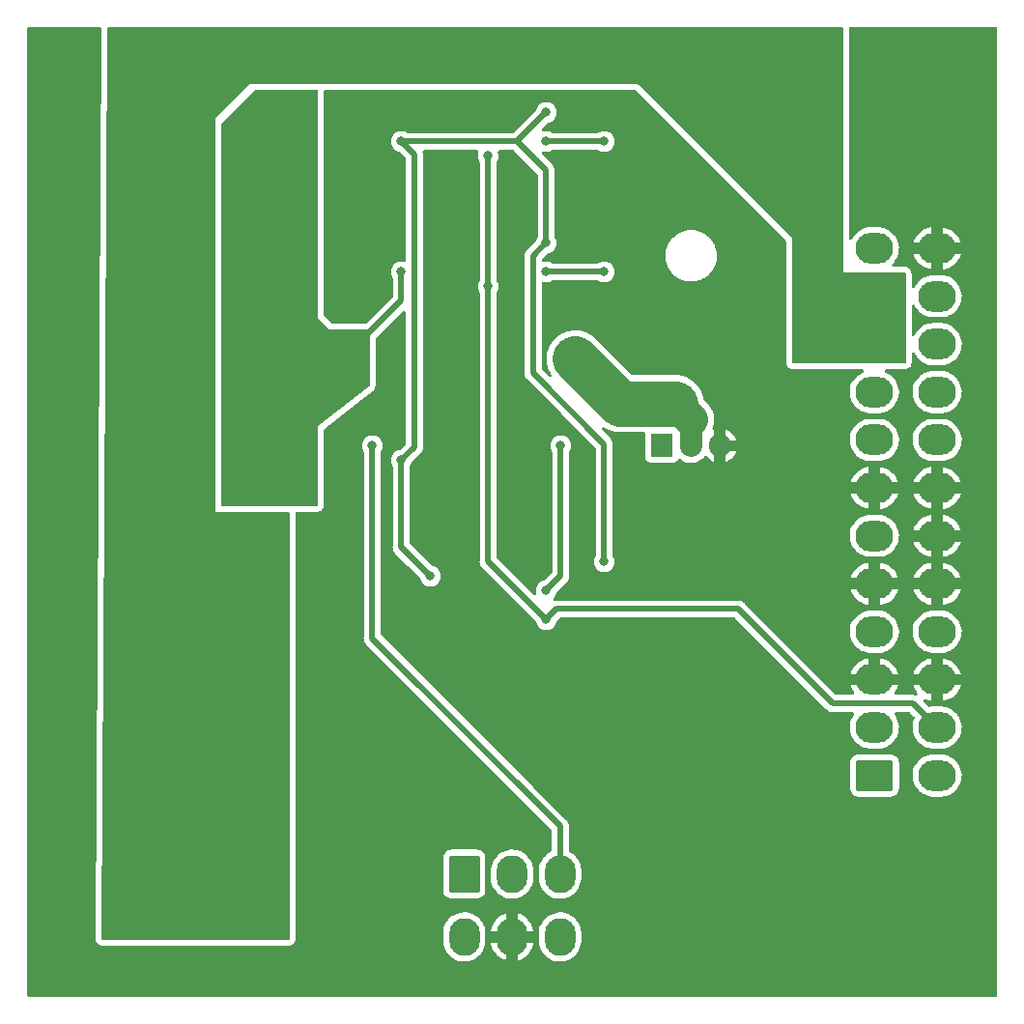
<source format=gbr>
%TF.GenerationSoftware,KiCad,Pcbnew,7.0.1*%
%TF.CreationDate,2024-01-20T22:06:59+00:00*%
%TF.ProjectId,PowerDelivery,506f7765-7244-4656-9c69-766572792e6b,rev?*%
%TF.SameCoordinates,Original*%
%TF.FileFunction,Copper,L2,Bot*%
%TF.FilePolarity,Positive*%
%FSLAX46Y46*%
G04 Gerber Fmt 4.6, Leading zero omitted, Abs format (unit mm)*
G04 Created by KiCad (PCBNEW 7.0.1) date 2024-01-20 22:06:59*
%MOMM*%
%LPD*%
G01*
G04 APERTURE LIST*
G04 Aperture macros list*
%AMRoundRect*
0 Rectangle with rounded corners*
0 $1 Rounding radius*
0 $2 $3 $4 $5 $6 $7 $8 $9 X,Y pos of 4 corners*
0 Add a 4 corners polygon primitive as box body*
4,1,4,$2,$3,$4,$5,$6,$7,$8,$9,$2,$3,0*
0 Add four circle primitives for the rounded corners*
1,1,$1+$1,$2,$3*
1,1,$1+$1,$4,$5*
1,1,$1+$1,$6,$7*
1,1,$1+$1,$8,$9*
0 Add four rect primitives between the rounded corners*
20,1,$1+$1,$2,$3,$4,$5,0*
20,1,$1+$1,$4,$5,$6,$7,0*
20,1,$1+$1,$6,$7,$8,$9,0*
20,1,$1+$1,$8,$9,$2,$3,0*%
G04 Aperture macros list end*
%TA.AperFunction,ComponentPad*%
%ADD10RoundRect,0.250001X-1.099999X-1.399999X1.099999X-1.399999X1.099999X1.399999X-1.099999X1.399999X0*%
%TD*%
%TA.AperFunction,ComponentPad*%
%ADD11O,2.700000X3.300000*%
%TD*%
%TA.AperFunction,ComponentPad*%
%ADD12C,2.800000*%
%TD*%
%TA.AperFunction,ComponentPad*%
%ADD13C,2.400000*%
%TD*%
%TA.AperFunction,ComponentPad*%
%ADD14RoundRect,0.250001X1.399999X-1.099999X1.399999X1.099999X-1.399999X1.099999X-1.399999X-1.099999X0*%
%TD*%
%TA.AperFunction,ComponentPad*%
%ADD15O,3.300000X2.700000*%
%TD*%
%TA.AperFunction,ComponentPad*%
%ADD16R,1.905000X2.000000*%
%TD*%
%TA.AperFunction,ComponentPad*%
%ADD17O,1.905000X2.000000*%
%TD*%
%TA.AperFunction,ViaPad*%
%ADD18C,0.800000*%
%TD*%
%TA.AperFunction,ViaPad*%
%ADD19C,5.000000*%
%TD*%
%TA.AperFunction,Conductor*%
%ADD20C,0.500000*%
%TD*%
%TA.AperFunction,Conductor*%
%ADD21C,3.000000*%
%TD*%
%TA.AperFunction,Conductor*%
%ADD22C,4.000000*%
%TD*%
%TA.AperFunction,Conductor*%
%ADD23C,1.905000*%
%TD*%
G04 APERTURE END LIST*
D10*
%TO.P,J1,1,Pin_1*%
%TO.N,current_sense_out*%
X150300000Y-130250000D03*
D11*
%TO.P,J1,2,Pin_2*%
%TO.N,voltage_sense_out*%
X154500000Y-130250000D03*
%TO.P,J1,3,Pin_3*%
%TO.N,mc_trigger*%
X158700000Y-130250000D03*
%TO.P,J1,4,Pin_4*%
%TO.N,fault_signal*%
X150300000Y-135750000D03*
%TO.P,J1,5,Pin_5*%
%TO.N,GND*%
X154500000Y-135750000D03*
%TO.P,J1,6,Pin_6*%
%TO.N,+3.3V*%
X158700000Y-135750000D03*
%TD*%
D12*
%TO.P,J3,1,Pin_1*%
%TO.N,load*%
X132305000Y-65345000D03*
%TO.P,J3,2,Pin_2*%
X132305000Y-74845000D03*
%TO.P,J3,3,Pin_3*%
X132305000Y-84345000D03*
%TO.P,J3,4,Pin_4*%
X132305000Y-93845000D03*
%TO.P,J3,5,Pin_5*%
%TO.N,+12V*%
X132305000Y-103345000D03*
%TO.P,J3,6,Pin_6*%
X132305000Y-112845000D03*
%TO.P,J3,7,Pin_7*%
X132305000Y-122345000D03*
%TO.P,J3,8,Pin_8*%
X132305000Y-131845000D03*
%TD*%
D13*
%TO.P,R6,1*%
%TO.N,load*%
X139700000Y-85090000D03*
%TO.P,R6,2*%
%TO.N,Net-(D1-K)*%
X160020000Y-85090000D03*
%TD*%
D14*
%TO.P,J2,1,Pin_1*%
%TO.N,+3.3V*%
X186250000Y-121600000D03*
D15*
%TO.P,J2,2,Pin_2*%
X186250000Y-117400000D03*
%TO.P,J2,3,Pin_3*%
%TO.N,GND*%
X186250000Y-113200000D03*
%TO.P,J2,4,Pin_4*%
%TO.N,unconnected-(J2-Pin_4-Pad4)*%
X186250000Y-109000000D03*
%TO.P,J2,5,Pin_5*%
%TO.N,GND*%
X186250000Y-104800000D03*
%TO.P,J2,6,Pin_6*%
%TO.N,unconnected-(J2-Pin_6-Pad6)*%
X186250000Y-100600000D03*
%TO.P,J2,7,Pin_7*%
%TO.N,GND*%
X186250000Y-96400000D03*
%TO.P,J2,8,Pin_8*%
%TO.N,unconnected-(J2-Pin_8-Pad8)*%
X186250000Y-92200000D03*
%TO.P,J2,9,Pin_9*%
%TO.N,unconnected-(J2-Pin_9-Pad9)*%
X186250000Y-88000000D03*
%TO.P,J2,10,Pin_10*%
%TO.N,+12V*%
X186250000Y-83800000D03*
%TO.P,J2,11,Pin_11*%
X186250000Y-79600000D03*
%TO.P,J2,12,Pin_12*%
%TO.N,+3.3V*%
X186250000Y-75400000D03*
%TO.P,J2,13,Pin_13*%
X191750000Y-121600000D03*
%TO.P,J2,14,Pin_14*%
%TO.N,-12V*%
X191750000Y-117400000D03*
%TO.P,J2,15,Pin_15*%
%TO.N,GND*%
X191750000Y-113200000D03*
%TO.P,J2,16,Pin_16*%
%TO.N,unconnected-(J2-Pin_16-Pad16)*%
X191750000Y-109000000D03*
%TO.P,J2,17,Pin_17*%
%TO.N,GND*%
X191750000Y-104800000D03*
%TO.P,J2,18,Pin_18*%
X191750000Y-100600000D03*
%TO.P,J2,19,Pin_19*%
X191750000Y-96400000D03*
%TO.P,J2,20,Pin_20*%
%TO.N,unconnected-(J2-Pin_20-Pad20)*%
X191750000Y-92200000D03*
%TO.P,J2,21,Pin_21*%
%TO.N,unconnected-(J2-Pin_21-Pad21)*%
X191750000Y-88000000D03*
%TO.P,J2,22,Pin_22*%
%TO.N,unconnected-(J2-Pin_22-Pad22)*%
X191750000Y-83800000D03*
%TO.P,J2,23,Pin_23*%
%TO.N,unconnected-(J2-Pin_23-Pad23)*%
X191750000Y-79600000D03*
%TO.P,J2,24,Pin_24*%
%TO.N,GND*%
X191750000Y-75400000D03*
%TD*%
D16*
%TO.P,U4,1,GATE*%
%TO.N,Net-(U4-GATE)*%
X167640000Y-92710000D03*
D17*
%TO.P,U4,2,DRAIN*%
%TO.N,Net-(D1-K)*%
X170180000Y-92710000D03*
%TO.P,U4,3,SOURCE*%
%TO.N,GND*%
X172720000Y-92710000D03*
%TD*%
D18*
%TO.N,GND*%
X168910000Y-82550000D03*
X166370000Y-85090000D03*
X171450000Y-85090000D03*
X139700000Y-93980000D03*
X171450000Y-82550000D03*
X173990000Y-74930000D03*
X173990000Y-82550000D03*
X173990000Y-80010000D03*
D19*
X115500000Y-137500000D03*
D18*
X153650000Y-113210000D03*
X173990000Y-85090000D03*
X168910000Y-80010000D03*
X173990000Y-77470000D03*
X168910000Y-85090000D03*
X166370000Y-116840000D03*
X151130000Y-116840000D03*
X171450000Y-80010000D03*
X166370000Y-80010000D03*
X166370000Y-82550000D03*
X144780000Y-63500000D03*
X160020000Y-111760000D03*
X166370000Y-74930000D03*
D19*
X193500000Y-59500000D03*
D18*
X166370000Y-77470000D03*
D19*
X193500000Y-137500000D03*
D18*
X144780000Y-74930000D03*
D19*
X115500000Y-59500000D03*
D18*
%TO.N,Net-(D1-A)*%
X158750000Y-92710000D03*
X157480000Y-105410000D03*
%TO.N,current_sense_out*%
X157480000Y-77470000D03*
X162560000Y-77470000D03*
%TO.N,voltage_sense_out*%
X157480000Y-66040000D03*
X162560000Y-66040000D03*
%TO.N,mc_trigger*%
X142240000Y-92710000D03*
%TO.N,+12V*%
X157480000Y-63500000D03*
X147320000Y-104140000D03*
X144780000Y-93980000D03*
X162560000Y-102870000D03*
X144780000Y-66040000D03*
X157480000Y-74930000D03*
%TO.N,-12V*%
X152400000Y-78740000D03*
X157480000Y-107950000D03*
X152400000Y-67310000D03*
%TO.N,load*%
X144780000Y-77470000D03*
%TD*%
D20*
%TO.N,+12V*%
X156330000Y-76080000D02*
X157480000Y-74930000D01*
X156330000Y-86330000D02*
X156330000Y-76080000D01*
X162560000Y-92560000D02*
X156330000Y-86330000D01*
X162560000Y-102870000D02*
X162560000Y-92560000D01*
D21*
%TO.N,Net-(D1-K)*%
X168787500Y-89000000D02*
X170180000Y-90392500D01*
D22*
X163930000Y-89000000D02*
X168787500Y-89000000D01*
X160020000Y-85090000D02*
X163930000Y-89000000D01*
D23*
X170180000Y-90392500D02*
X170180000Y-92710000D01*
D20*
%TO.N,Net-(D1-A)*%
X158750000Y-104140000D02*
X157480000Y-105410000D01*
X158750000Y-92710000D02*
X158750000Y-104140000D01*
%TO.N,current_sense_out*%
X157480000Y-77470000D02*
X162560000Y-77470000D01*
%TO.N,voltage_sense_out*%
X157480000Y-66040000D02*
X162560000Y-66040000D01*
%TO.N,mc_trigger*%
X142240000Y-92710000D02*
X142240000Y-109576346D01*
X158700000Y-126036346D02*
X158700000Y-130250000D01*
X142240000Y-109576346D02*
X158700000Y-126036346D01*
%TO.N,+12V*%
X144780000Y-66040000D02*
X154940000Y-66040000D01*
X157480000Y-68580000D02*
X154940000Y-66040000D01*
X145930000Y-67190000D02*
X145930000Y-92830000D01*
X144780000Y-66040000D02*
X145930000Y-67190000D01*
X144780000Y-101600000D02*
X147320000Y-104140000D01*
X157480000Y-74930000D02*
X157480000Y-68580000D01*
X145930000Y-92830000D02*
X144780000Y-93980000D01*
X144780000Y-93980000D02*
X144780000Y-101600000D01*
X154940000Y-66040000D02*
X157480000Y-63500000D01*
%TO.N,-12V*%
X158410000Y-107020000D02*
X174339848Y-107020000D01*
X152400000Y-67310000D02*
X152400000Y-78740000D01*
X189650000Y-115300000D02*
X191750000Y-117400000D01*
X157480000Y-107950000D02*
X158410000Y-107020000D01*
X157480000Y-107950000D02*
X152400000Y-102870000D01*
X152400000Y-102870000D02*
X152400000Y-78740000D01*
X174339848Y-107020000D02*
X182619848Y-115300000D01*
X182619848Y-115300000D02*
X189650000Y-115300000D01*
%TO.N,load*%
X144780000Y-80010000D02*
X139700000Y-85090000D01*
X144780000Y-77470000D02*
X144780000Y-80010000D01*
%TD*%
%TA.AperFunction,Conductor*%
%TO.N,GND*%
G36*
X118395624Y-56011930D02*
G01*
X118444076Y-56044467D01*
X118476313Y-56093118D01*
X118487389Y-56150420D01*
X117995279Y-135872112D01*
X118011829Y-136003560D01*
X118028186Y-136065884D01*
X118078315Y-136188507D01*
X118125151Y-136250000D01*
X118158584Y-136293896D01*
X118204004Y-136339597D01*
X118308896Y-136420514D01*
X118431209Y-136471399D01*
X118493430Y-136488140D01*
X118594099Y-136501446D01*
X118624766Y-136505500D01*
X118624768Y-136505500D01*
X134876000Y-136505500D01*
X134876001Y-136505500D01*
X134887283Y-136504014D01*
X135006834Y-136488275D01*
X135068834Y-136471662D01*
X135190750Y-136421163D01*
X135295442Y-136340829D01*
X135340829Y-136295442D01*
X135421163Y-136190750D01*
X135451447Y-136117637D01*
X148449500Y-136117637D01*
X148464322Y-136320155D01*
X148523220Y-136584555D01*
X148619983Y-136837554D01*
X148687630Y-136958086D01*
X148752559Y-137073777D01*
X148918112Y-137288177D01*
X149113119Y-137476186D01*
X149195927Y-137535430D01*
X149333420Y-137633799D01*
X149574325Y-137757656D01*
X149830691Y-137845117D01*
X149830693Y-137845117D01*
X149830695Y-137845118D01*
X150097067Y-137894319D01*
X150367765Y-137904212D01*
X150637018Y-137874586D01*
X150899088Y-137806072D01*
X151148390Y-137700130D01*
X151379610Y-137559018D01*
X151587820Y-137385745D01*
X151768582Y-137184002D01*
X151918044Y-136958090D01*
X152033020Y-136712824D01*
X152111060Y-136453431D01*
X152140999Y-136250000D01*
X152659690Y-136250000D01*
X152664819Y-136320085D01*
X152723701Y-136584411D01*
X152820440Y-136837344D01*
X152952977Y-137073500D01*
X153118482Y-137287838D01*
X153313442Y-137475801D01*
X153533684Y-137633372D01*
X153774521Y-137757194D01*
X153999999Y-137834117D01*
X154000000Y-137834117D01*
X154000000Y-136250000D01*
X155000000Y-136250000D01*
X155000000Y-137831459D01*
X155098926Y-137805597D01*
X155348160Y-137699683D01*
X155579315Y-137558612D01*
X155787475Y-137385381D01*
X155968183Y-137183697D01*
X156117605Y-136957845D01*
X156232550Y-136712647D01*
X156310570Y-136453317D01*
X156340493Y-136250000D01*
X155000000Y-136250000D01*
X154000000Y-136250000D01*
X152659690Y-136250000D01*
X152140999Y-136250000D01*
X152150500Y-136185439D01*
X152150500Y-136117637D01*
X156849500Y-136117637D01*
X156864322Y-136320155D01*
X156923220Y-136584555D01*
X157019983Y-136837554D01*
X157087630Y-136958086D01*
X157152559Y-137073777D01*
X157318112Y-137288177D01*
X157513119Y-137476186D01*
X157595927Y-137535430D01*
X157733420Y-137633799D01*
X157974325Y-137757656D01*
X158230691Y-137845117D01*
X158230693Y-137845117D01*
X158230695Y-137845118D01*
X158497067Y-137894319D01*
X158767765Y-137904212D01*
X159037018Y-137874586D01*
X159299088Y-137806072D01*
X159548390Y-137700130D01*
X159779610Y-137559018D01*
X159987820Y-137385745D01*
X160168582Y-137184002D01*
X160318044Y-136958090D01*
X160433020Y-136712824D01*
X160511060Y-136453431D01*
X160550500Y-136185439D01*
X160550500Y-135382369D01*
X160535677Y-135179844D01*
X160476780Y-134915447D01*
X160427721Y-134787176D01*
X160380016Y-134662445D01*
X160312505Y-134542154D01*
X160247441Y-134426223D01*
X160081888Y-134211823D01*
X159886881Y-134023814D01*
X159858758Y-134003693D01*
X159666579Y-133866200D01*
X159425674Y-133742343D01*
X159169308Y-133654882D01*
X158902933Y-133605681D01*
X158632234Y-133595788D01*
X158632231Y-133595788D01*
X158362982Y-133625414D01*
X158100909Y-133693928D01*
X157851610Y-133799869D01*
X157620393Y-133940979D01*
X157412180Y-134114254D01*
X157324759Y-134211823D01*
X157231418Y-134315998D01*
X157158494Y-134426223D01*
X157081954Y-134541913D01*
X156966980Y-134787173D01*
X156888939Y-135046573D01*
X156849500Y-135314561D01*
X156849500Y-136117637D01*
X152150500Y-136117637D01*
X152150500Y-135382369D01*
X152140812Y-135249999D01*
X152659506Y-135249999D01*
X152659507Y-135250000D01*
X154000000Y-135250000D01*
X154000000Y-133668541D01*
X153999999Y-133668540D01*
X153901073Y-133694402D01*
X153651839Y-133800316D01*
X153420684Y-133941387D01*
X153212524Y-134114618D01*
X153031816Y-134316302D01*
X152882394Y-134542154D01*
X152767449Y-134787352D01*
X152689429Y-135046682D01*
X152659506Y-135249999D01*
X152140812Y-135249999D01*
X152135677Y-135179844D01*
X152076780Y-134915447D01*
X152027721Y-134787176D01*
X151980016Y-134662445D01*
X151912505Y-134542154D01*
X151847441Y-134426223D01*
X151681888Y-134211823D01*
X151486881Y-134023814D01*
X151458758Y-134003693D01*
X151266579Y-133866200D01*
X151025674Y-133742343D01*
X150801551Y-133665882D01*
X155000000Y-133665882D01*
X155000000Y-135250000D01*
X156340310Y-135250000D01*
X156335180Y-135179914D01*
X156276298Y-134915588D01*
X156179559Y-134662655D01*
X156047022Y-134426499D01*
X155881517Y-134212161D01*
X155686557Y-134024198D01*
X155466315Y-133866627D01*
X155225478Y-133742805D01*
X155000000Y-133665882D01*
X150801551Y-133665882D01*
X150769308Y-133654882D01*
X150502933Y-133605681D01*
X150232234Y-133595788D01*
X150232231Y-133595788D01*
X149962982Y-133625414D01*
X149700909Y-133693928D01*
X149451610Y-133799869D01*
X149220393Y-133940979D01*
X149012180Y-134114254D01*
X148924759Y-134211823D01*
X148831418Y-134315998D01*
X148758494Y-134426223D01*
X148681954Y-134541913D01*
X148566980Y-134787173D01*
X148488939Y-135046573D01*
X148449500Y-135314561D01*
X148449500Y-136117637D01*
X135451447Y-136117637D01*
X135471662Y-136068834D01*
X135488275Y-136006834D01*
X135505500Y-135876000D01*
X135505500Y-131700013D01*
X148449500Y-131700013D01*
X148460000Y-131802793D01*
X148460000Y-131802795D01*
X148460001Y-131802797D01*
X148515186Y-131969334D01*
X148607289Y-132118655D01*
X148731345Y-132242711D01*
X148880666Y-132334814D01*
X149047203Y-132389999D01*
X149085748Y-132393936D01*
X149149987Y-132400500D01*
X149149992Y-132400500D01*
X151450008Y-132400500D01*
X151450013Y-132400500D01*
X151507112Y-132394666D01*
X151552797Y-132389999D01*
X151719334Y-132334814D01*
X151868655Y-132242711D01*
X151992711Y-132118655D01*
X152084814Y-131969334D01*
X152139999Y-131802797D01*
X152144666Y-131757112D01*
X152150500Y-131700013D01*
X152150500Y-130617637D01*
X152649500Y-130617637D01*
X152664322Y-130820155D01*
X152723220Y-131084555D01*
X152819983Y-131337554D01*
X152952561Y-131573780D01*
X153118108Y-131788172D01*
X153118112Y-131788177D01*
X153313119Y-131976186D01*
X153395927Y-132035430D01*
X153533420Y-132133799D01*
X153774325Y-132257656D01*
X154030691Y-132345117D01*
X154030693Y-132345117D01*
X154030695Y-132345118D01*
X154297067Y-132394319D01*
X154567765Y-132404212D01*
X154837018Y-132374586D01*
X155099088Y-132306072D01*
X155348390Y-132200130D01*
X155579610Y-132059018D01*
X155787820Y-131885745D01*
X155968582Y-131684002D01*
X156118044Y-131458090D01*
X156233020Y-131212824D01*
X156311060Y-130953431D01*
X156350500Y-130685439D01*
X156350500Y-129882369D01*
X156335677Y-129679844D01*
X156276780Y-129415447D01*
X156227721Y-129287176D01*
X156180016Y-129162445D01*
X156140874Y-129092703D01*
X156047441Y-128926223D01*
X155881888Y-128711823D01*
X155686881Y-128523814D01*
X155658758Y-128503693D01*
X155466579Y-128366200D01*
X155225674Y-128242343D01*
X154969308Y-128154882D01*
X154702933Y-128105681D01*
X154432234Y-128095788D01*
X154432231Y-128095788D01*
X154162982Y-128125414D01*
X153900909Y-128193928D01*
X153651610Y-128299869D01*
X153420393Y-128440979D01*
X153212180Y-128614254D01*
X153124759Y-128711823D01*
X153031418Y-128815998D01*
X152958494Y-128926223D01*
X152881954Y-129041913D01*
X152766980Y-129287173D01*
X152688939Y-129546573D01*
X152649500Y-129814561D01*
X152649500Y-130617637D01*
X152150500Y-130617637D01*
X152150500Y-128799987D01*
X152141493Y-128711827D01*
X152139999Y-128697203D01*
X152084814Y-128530666D01*
X151992711Y-128381345D01*
X151868655Y-128257289D01*
X151719334Y-128165186D01*
X151552797Y-128110001D01*
X151552795Y-128110000D01*
X151552793Y-128110000D01*
X151450013Y-128099500D01*
X151450008Y-128099500D01*
X149149992Y-128099500D01*
X149149987Y-128099500D01*
X149047206Y-128110000D01*
X148880665Y-128165186D01*
X148731346Y-128257288D01*
X148607288Y-128381346D01*
X148515186Y-128530665D01*
X148460000Y-128697206D01*
X148449500Y-128799987D01*
X148449500Y-131700013D01*
X135505500Y-131700013D01*
X135505500Y-98654500D01*
X135516842Y-98597480D01*
X135549141Y-98549141D01*
X135597480Y-98516842D01*
X135654500Y-98505500D01*
X137376001Y-98505500D01*
X137387283Y-98504014D01*
X137506834Y-98488275D01*
X137568834Y-98471662D01*
X137690750Y-98421163D01*
X137795442Y-98340829D01*
X137840829Y-98295442D01*
X137921163Y-98190750D01*
X137971662Y-98068834D01*
X137988275Y-98006834D01*
X138005500Y-97876000D01*
X138005500Y-92710000D01*
X141334539Y-92710000D01*
X141354326Y-92898257D01*
X141412820Y-93078282D01*
X141469538Y-93176521D01*
X141489500Y-93251021D01*
X141489500Y-109510819D01*
X141487927Y-109532414D01*
X141484710Y-109554370D01*
X141488933Y-109602629D01*
X141489500Y-109615615D01*
X141489500Y-109620056D01*
X141493055Y-109650478D01*
X141493495Y-109654784D01*
X141500283Y-109732368D01*
X141503649Y-109747551D01*
X141530280Y-109820721D01*
X141531702Y-109824812D01*
X141556206Y-109898759D01*
X141562982Y-109912755D01*
X141564762Y-109915462D01*
X141564763Y-109915463D01*
X141605794Y-109977849D01*
X141608078Y-109981434D01*
X141647288Y-110045002D01*
X141647289Y-110045003D01*
X141648994Y-110047767D01*
X141658806Y-110059811D01*
X141661168Y-110062040D01*
X141661170Y-110062042D01*
X141679787Y-110079606D01*
X141715444Y-110113247D01*
X141718552Y-110116266D01*
X157905859Y-126303572D01*
X157938158Y-126351911D01*
X157949500Y-126408931D01*
X157949500Y-128159694D01*
X157938331Y-128216295D01*
X157906498Y-128264410D01*
X157858775Y-128296824D01*
X157851610Y-128299870D01*
X157851608Y-128299870D01*
X157851606Y-128299872D01*
X157620393Y-128440979D01*
X157412180Y-128614254D01*
X157324759Y-128711823D01*
X157231418Y-128815998D01*
X157158494Y-128926223D01*
X157081954Y-129041913D01*
X156966980Y-129287173D01*
X156888939Y-129546573D01*
X156849500Y-129814561D01*
X156849500Y-130617637D01*
X156864322Y-130820155D01*
X156923220Y-131084555D01*
X157019983Y-131337554D01*
X157152561Y-131573780D01*
X157318108Y-131788172D01*
X157318112Y-131788177D01*
X157513119Y-131976186D01*
X157595927Y-132035430D01*
X157733420Y-132133799D01*
X157974325Y-132257656D01*
X158230691Y-132345117D01*
X158230693Y-132345117D01*
X158230695Y-132345118D01*
X158497067Y-132394319D01*
X158767765Y-132404212D01*
X159037018Y-132374586D01*
X159299088Y-132306072D01*
X159548390Y-132200130D01*
X159779610Y-132059018D01*
X159987820Y-131885745D01*
X160168582Y-131684002D01*
X160318044Y-131458090D01*
X160433020Y-131212824D01*
X160511060Y-130953431D01*
X160550500Y-130685439D01*
X160550500Y-129882369D01*
X160535677Y-129679844D01*
X160476780Y-129415447D01*
X160427721Y-129287176D01*
X160380016Y-129162445D01*
X160340874Y-129092703D01*
X160247441Y-128926223D01*
X160081888Y-128711823D01*
X159886881Y-128523814D01*
X159858758Y-128503693D01*
X159666579Y-128366200D01*
X159531371Y-128296685D01*
X159488529Y-128263603D01*
X159460332Y-128217400D01*
X159450500Y-128164173D01*
X159450500Y-126101873D01*
X159452073Y-126080278D01*
X159455289Y-126058323D01*
X159451066Y-126010064D01*
X159450500Y-125997080D01*
X159450500Y-125992635D01*
X159446944Y-125962216D01*
X159446503Y-125957902D01*
X159439714Y-125880305D01*
X159436354Y-125865150D01*
X159435241Y-125862091D01*
X159409691Y-125791894D01*
X159408307Y-125787911D01*
X159384814Y-125717011D01*
X159384812Y-125717008D01*
X159383791Y-125713926D01*
X159377023Y-125699946D01*
X159375238Y-125697232D01*
X159375237Y-125697229D01*
X159334213Y-125634855D01*
X159331912Y-125631244D01*
X159291005Y-125564923D01*
X159281197Y-125552882D01*
X159224556Y-125499444D01*
X159221447Y-125496425D01*
X156475035Y-122750013D01*
X184099500Y-122750013D01*
X184110000Y-122852793D01*
X184110000Y-122852795D01*
X184110001Y-122852797D01*
X184165186Y-123019334D01*
X184257289Y-123168655D01*
X184381345Y-123292711D01*
X184530666Y-123384814D01*
X184697203Y-123439999D01*
X184735748Y-123443936D01*
X184799987Y-123450500D01*
X184799992Y-123450500D01*
X187700008Y-123450500D01*
X187700013Y-123450500D01*
X187757112Y-123444666D01*
X187802797Y-123439999D01*
X187969334Y-123384814D01*
X188118655Y-123292711D01*
X188242711Y-123168655D01*
X188334814Y-123019334D01*
X188389999Y-122852797D01*
X188396733Y-122786881D01*
X188400500Y-122750013D01*
X188400500Y-121667768D01*
X189595788Y-121667768D01*
X189625414Y-121937017D01*
X189693928Y-122199090D01*
X189799869Y-122448389D01*
X189940979Y-122679606D01*
X189940981Y-122679608D01*
X189940982Y-122679610D01*
X190114255Y-122887820D01*
X190315998Y-123068582D01*
X190541910Y-123218044D01*
X190664543Y-123275532D01*
X190787173Y-123333019D01*
X190787175Y-123333019D01*
X190787176Y-123333020D01*
X191046569Y-123411060D01*
X191314561Y-123450500D01*
X192117631Y-123450500D01*
X192117637Y-123450500D01*
X192291223Y-123437794D01*
X192320156Y-123435677D01*
X192584553Y-123376780D01*
X192698971Y-123333019D01*
X192837554Y-123280016D01*
X192837558Y-123280014D01*
X193073777Y-123147441D01*
X193288177Y-122981888D01*
X193476186Y-122786881D01*
X193633799Y-122566579D01*
X193757656Y-122325675D01*
X193845118Y-122069305D01*
X193894319Y-121802933D01*
X193904212Y-121532235D01*
X193874586Y-121262982D01*
X193806072Y-121000912D01*
X193700130Y-120751610D01*
X193628000Y-120633421D01*
X193559020Y-120520393D01*
X193500432Y-120449992D01*
X193385745Y-120312180D01*
X193184002Y-120131418D01*
X192958090Y-119981956D01*
X192958086Y-119981954D01*
X192712826Y-119866980D01*
X192567372Y-119823220D01*
X192453431Y-119788940D01*
X192453427Y-119788939D01*
X192453426Y-119788939D01*
X192185439Y-119749500D01*
X191382369Y-119749500D01*
X191382363Y-119749500D01*
X191179844Y-119764322D01*
X190915444Y-119823220D01*
X190662445Y-119919983D01*
X190426219Y-120052561D01*
X190211827Y-120218108D01*
X190023812Y-120413121D01*
X189866200Y-120633420D01*
X189742343Y-120874325D01*
X189654882Y-121130691D01*
X189605681Y-121397066D01*
X189595788Y-121667768D01*
X188400500Y-121667768D01*
X188400500Y-120449987D01*
X188389999Y-120347206D01*
X188389999Y-120347203D01*
X188334814Y-120180666D01*
X188242711Y-120031345D01*
X188118655Y-119907289D01*
X187969334Y-119815186D01*
X187802797Y-119760001D01*
X187802795Y-119760000D01*
X187802793Y-119760000D01*
X187700013Y-119749500D01*
X187700008Y-119749500D01*
X184799992Y-119749500D01*
X184799987Y-119749500D01*
X184697206Y-119760000D01*
X184530665Y-119815186D01*
X184381346Y-119907288D01*
X184257288Y-120031346D01*
X184165186Y-120180665D01*
X184110000Y-120347206D01*
X184099500Y-120449987D01*
X184099500Y-122750013D01*
X156475035Y-122750013D01*
X143034141Y-109309119D01*
X143001842Y-109260780D01*
X142990500Y-109203760D01*
X142990500Y-93251021D01*
X143010462Y-93176521D01*
X143021696Y-93157063D01*
X143067179Y-93078284D01*
X143125674Y-92898256D01*
X143145460Y-92710000D01*
X143125674Y-92521744D01*
X143067179Y-92341716D01*
X142972533Y-92177784D01*
X142845871Y-92037112D01*
X142692730Y-91925849D01*
X142519803Y-91848856D01*
X142334646Y-91809500D01*
X142145354Y-91809500D01*
X142052775Y-91829177D01*
X141960196Y-91848856D01*
X141787271Y-91925848D01*
X141634127Y-92037113D01*
X141507467Y-92177783D01*
X141412820Y-92341717D01*
X141354326Y-92521742D01*
X141334539Y-92710000D01*
X138005500Y-92710000D01*
X138005500Y-91320105D01*
X138020651Y-91254642D01*
X138063023Y-91202492D01*
X141247500Y-88725675D01*
X142262476Y-87936249D01*
X142344453Y-87855998D01*
X142379715Y-87812599D01*
X142441489Y-87715927D01*
X142479873Y-87607814D01*
X142492482Y-87553334D01*
X142505500Y-87439353D01*
X142505500Y-83407586D01*
X142516842Y-83350566D01*
X142549141Y-83302227D01*
X144925141Y-80926227D01*
X144984456Y-80889879D01*
X145053809Y-80884420D01*
X145118080Y-80911042D01*
X145163260Y-80963941D01*
X145179500Y-81031586D01*
X145179500Y-92457415D01*
X145168158Y-92514435D01*
X145135859Y-92562774D01*
X144632465Y-93066166D01*
X144598203Y-93091751D01*
X144558086Y-93106551D01*
X144500197Y-93118855D01*
X144327270Y-93195849D01*
X144174127Y-93307113D01*
X144047467Y-93447783D01*
X143952820Y-93611717D01*
X143894326Y-93791742D01*
X143874539Y-93979999D01*
X143894326Y-94168257D01*
X143952820Y-94348282D01*
X144009538Y-94446521D01*
X144029500Y-94521021D01*
X144029500Y-101534473D01*
X144027927Y-101556068D01*
X144024710Y-101578024D01*
X144028933Y-101626283D01*
X144029500Y-101639269D01*
X144029500Y-101643710D01*
X144033055Y-101674132D01*
X144033495Y-101678438D01*
X144040283Y-101756022D01*
X144043649Y-101771205D01*
X144044758Y-101774254D01*
X144044759Y-101774255D01*
X144049236Y-101786557D01*
X144070280Y-101844375D01*
X144071702Y-101848466D01*
X144096206Y-101922413D01*
X144102982Y-101936409D01*
X144104762Y-101939116D01*
X144104763Y-101939117D01*
X144145794Y-102001503D01*
X144148078Y-102005088D01*
X144187288Y-102068656D01*
X144187289Y-102068657D01*
X144188994Y-102071421D01*
X144198806Y-102083465D01*
X144201168Y-102085694D01*
X144201170Y-102085696D01*
X144255444Y-102136901D01*
X144258552Y-102139920D01*
X145344798Y-103226166D01*
X146402985Y-104284352D01*
X146439333Y-104343667D01*
X146492820Y-104508282D01*
X146492821Y-104508284D01*
X146587467Y-104672216D01*
X146714129Y-104812888D01*
X146867270Y-104924151D01*
X147040197Y-105001144D01*
X147225354Y-105040500D01*
X147414645Y-105040500D01*
X147414646Y-105040500D01*
X147599803Y-105001144D01*
X147772730Y-104924151D01*
X147925871Y-104812888D01*
X148052533Y-104672216D01*
X148147179Y-104508284D01*
X148205674Y-104328256D01*
X148225460Y-104140000D01*
X148205674Y-103951744D01*
X148147179Y-103771716D01*
X148052533Y-103607784D01*
X147925871Y-103467112D01*
X147772730Y-103355849D01*
X147772386Y-103355696D01*
X147599803Y-103278856D01*
X147541913Y-103266551D01*
X147501795Y-103251751D01*
X147467533Y-103226166D01*
X145574141Y-101332773D01*
X145541842Y-101284434D01*
X145530500Y-101227414D01*
X145530500Y-94521021D01*
X145550462Y-94446521D01*
X145556037Y-94436863D01*
X145607179Y-94348284D01*
X145660666Y-94183666D01*
X145697013Y-94124353D01*
X146414352Y-93407013D01*
X146430727Y-93392862D01*
X146448530Y-93379610D01*
X146479666Y-93342503D01*
X146488453Y-93332913D01*
X146491591Y-93329776D01*
X146510578Y-93305762D01*
X146513319Y-93302397D01*
X146519775Y-93294702D01*
X146561302Y-93245214D01*
X146561304Y-93245209D01*
X146563393Y-93242720D01*
X146571733Y-93229630D01*
X146573108Y-93226680D01*
X146573111Y-93226677D01*
X146604668Y-93159000D01*
X146606537Y-93155141D01*
X146640040Y-93088433D01*
X146640040Y-93088429D01*
X146641505Y-93085514D01*
X146646598Y-93070862D01*
X146662352Y-92994561D01*
X146663283Y-92990359D01*
X146680500Y-92917721D01*
X146680500Y-92917718D01*
X146681250Y-92914554D01*
X146682828Y-92899107D01*
X146682733Y-92895857D01*
X146682734Y-92895855D01*
X146680562Y-92821246D01*
X146680500Y-92816913D01*
X146680500Y-67255527D01*
X146682073Y-67233932D01*
X146685289Y-67211975D01*
X146681067Y-67163717D01*
X146680500Y-67150731D01*
X146680500Y-67146292D01*
X146680500Y-67146291D01*
X146676941Y-67115850D01*
X146676504Y-67111567D01*
X146675526Y-67100387D01*
X146669999Y-67037203D01*
X146669997Y-67037199D01*
X146669715Y-67033966D01*
X146666354Y-67018803D01*
X146656039Y-66990461D01*
X146648328Y-66920052D01*
X146673999Y-66854037D01*
X146727252Y-66807335D01*
X146796053Y-66790500D01*
X151416873Y-66790500D01*
X151484518Y-66806740D01*
X151537417Y-66851920D01*
X151564039Y-66916191D01*
X151558580Y-66985544D01*
X151514326Y-67121742D01*
X151494539Y-67309999D01*
X151514326Y-67498257D01*
X151572820Y-67678282D01*
X151629538Y-67776521D01*
X151649500Y-67851021D01*
X151649500Y-78198979D01*
X151629538Y-78273479D01*
X151572820Y-78371717D01*
X151514326Y-78551742D01*
X151494539Y-78740000D01*
X151514326Y-78928257D01*
X151572820Y-79108282D01*
X151629538Y-79206521D01*
X151649500Y-79281021D01*
X151649500Y-102804473D01*
X151647927Y-102826068D01*
X151644710Y-102848024D01*
X151648933Y-102896283D01*
X151649500Y-102909269D01*
X151649500Y-102913710D01*
X151653055Y-102944132D01*
X151653495Y-102948438D01*
X151660283Y-103026022D01*
X151663649Y-103041205D01*
X151690280Y-103114375D01*
X151691702Y-103118466D01*
X151716206Y-103192413D01*
X151722982Y-103206409D01*
X151724762Y-103209116D01*
X151724763Y-103209117D01*
X151765794Y-103271503D01*
X151768078Y-103275088D01*
X151807288Y-103338656D01*
X151807290Y-103338658D01*
X151808995Y-103341422D01*
X151818810Y-103353470D01*
X151875443Y-103406901D01*
X151878552Y-103409920D01*
X156562985Y-108094353D01*
X156599333Y-108153668D01*
X156652820Y-108318282D01*
X156652821Y-108318284D01*
X156747467Y-108482216D01*
X156874129Y-108622888D01*
X157027270Y-108734151D01*
X157200197Y-108811144D01*
X157385354Y-108850500D01*
X157574645Y-108850500D01*
X157574646Y-108850500D01*
X157759803Y-108811144D01*
X157932730Y-108734151D01*
X158085871Y-108622888D01*
X158212533Y-108482216D01*
X158307179Y-108318284D01*
X158360666Y-108153666D01*
X158397013Y-108094353D01*
X158677225Y-107814141D01*
X158725565Y-107781842D01*
X158782585Y-107770500D01*
X173967262Y-107770500D01*
X174024282Y-107781842D01*
X174072621Y-107814141D01*
X182042830Y-115784349D01*
X182056986Y-115800730D01*
X182070237Y-115818529D01*
X182107348Y-115849669D01*
X182116931Y-115858450D01*
X182120070Y-115861589D01*
X182144096Y-115880586D01*
X182147426Y-115883298D01*
X182204634Y-115931302D01*
X182204636Y-115931303D01*
X182207128Y-115933394D01*
X182220223Y-115941736D01*
X182223170Y-115943110D01*
X182223171Y-115943111D01*
X182268337Y-115964172D01*
X182290824Y-115974658D01*
X182294725Y-115976547D01*
X182361415Y-116010040D01*
X182361416Y-116010040D01*
X182364321Y-116011499D01*
X182378991Y-116016599D01*
X182413347Y-116023692D01*
X182455299Y-116032354D01*
X182459426Y-116033269D01*
X182532127Y-116050500D01*
X182532128Y-116050500D01*
X182535288Y-116051249D01*
X182550737Y-116052827D01*
X182553989Y-116052732D01*
X182553992Y-116052733D01*
X182628580Y-116050563D01*
X182632913Y-116050500D01*
X184350351Y-116050500D01*
X184413595Y-116064588D01*
X184464880Y-116104189D01*
X184494506Y-116161813D01*
X184496872Y-116226564D01*
X184471532Y-116286195D01*
X184465369Y-116294810D01*
X184366198Y-116433423D01*
X184242343Y-116674325D01*
X184154882Y-116930691D01*
X184105681Y-117197066D01*
X184095788Y-117467768D01*
X184125414Y-117737017D01*
X184193928Y-117999090D01*
X184299869Y-118248389D01*
X184440979Y-118479606D01*
X184440981Y-118479608D01*
X184440982Y-118479610D01*
X184614255Y-118687820D01*
X184815998Y-118868582D01*
X185041910Y-119018044D01*
X185164543Y-119075532D01*
X185287173Y-119133019D01*
X185287175Y-119133019D01*
X185287176Y-119133020D01*
X185546569Y-119211060D01*
X185814561Y-119250500D01*
X186617631Y-119250500D01*
X186617637Y-119250500D01*
X186791223Y-119237794D01*
X186820156Y-119235677D01*
X187084553Y-119176780D01*
X187198971Y-119133019D01*
X187337554Y-119080016D01*
X187337558Y-119080014D01*
X187573777Y-118947441D01*
X187788177Y-118781888D01*
X187976186Y-118586881D01*
X188133799Y-118366579D01*
X188257656Y-118125675D01*
X188345118Y-117869305D01*
X188394319Y-117602933D01*
X188404212Y-117332235D01*
X188374586Y-117062982D01*
X188306072Y-116800912D01*
X188200130Y-116551610D01*
X188059018Y-116320390D01*
X188055143Y-116315734D01*
X188037731Y-116294810D01*
X188007569Y-116235076D01*
X188006592Y-116168165D01*
X188034996Y-116107575D01*
X188087052Y-116065527D01*
X188152260Y-116050500D01*
X189277414Y-116050500D01*
X189334434Y-116061842D01*
X189382773Y-116094141D01*
X189740412Y-116451780D01*
X189774221Y-116503911D01*
X189783829Y-116565297D01*
X189767566Y-116625265D01*
X189742345Y-116674322D01*
X189654882Y-116930691D01*
X189605681Y-117197066D01*
X189595788Y-117467768D01*
X189625414Y-117737017D01*
X189693928Y-117999090D01*
X189799869Y-118248389D01*
X189940979Y-118479606D01*
X189940981Y-118479608D01*
X189940982Y-118479610D01*
X190114255Y-118687820D01*
X190315998Y-118868582D01*
X190541910Y-119018044D01*
X190664543Y-119075532D01*
X190787173Y-119133019D01*
X190787175Y-119133019D01*
X190787176Y-119133020D01*
X191046569Y-119211060D01*
X191314561Y-119250500D01*
X192117631Y-119250500D01*
X192117637Y-119250500D01*
X192291223Y-119237794D01*
X192320156Y-119235677D01*
X192584553Y-119176780D01*
X192698971Y-119133019D01*
X192837554Y-119080016D01*
X192837558Y-119080014D01*
X193073777Y-118947441D01*
X193288177Y-118781888D01*
X193476186Y-118586881D01*
X193633799Y-118366579D01*
X193757656Y-118125675D01*
X193845118Y-117869305D01*
X193894319Y-117602933D01*
X193904212Y-117332235D01*
X193874586Y-117062982D01*
X193806072Y-116800912D01*
X193700130Y-116551610D01*
X193671020Y-116503911D01*
X193559020Y-116320393D01*
X193480935Y-116226564D01*
X193385745Y-116112180D01*
X193184002Y-115931418D01*
X192958090Y-115781956D01*
X192958086Y-115781954D01*
X192712826Y-115666980D01*
X192571700Y-115624522D01*
X192453431Y-115588940D01*
X192453427Y-115588939D01*
X192453426Y-115588939D01*
X192185439Y-115549500D01*
X191382369Y-115549500D01*
X191382363Y-115549500D01*
X191179843Y-115564323D01*
X191092766Y-115583720D01*
X191018748Y-115581353D01*
X190955011Y-115543644D01*
X190553688Y-115142320D01*
X190517595Y-115083782D01*
X190511636Y-115015268D01*
X190537081Y-114951376D01*
X190588510Y-114905717D01*
X190654966Y-114888019D01*
X190722292Y-114902051D01*
X190787352Y-114932550D01*
X191046682Y-115010570D01*
X191249999Y-115040493D01*
X191250000Y-115040493D01*
X191250000Y-113700000D01*
X192250000Y-113700000D01*
X192250000Y-115040310D01*
X192320085Y-115035180D01*
X192584411Y-114976298D01*
X192837344Y-114879559D01*
X193073500Y-114747022D01*
X193287838Y-114581517D01*
X193475801Y-114386557D01*
X193633372Y-114166315D01*
X193757194Y-113925478D01*
X193834117Y-113700000D01*
X192250000Y-113700000D01*
X191250000Y-113700000D01*
X189668540Y-113700000D01*
X189694402Y-113798926D01*
X189800316Y-114048160D01*
X189941388Y-114279315D01*
X189985015Y-114331739D01*
X190016505Y-114397395D01*
X190013122Y-114470132D01*
X189975673Y-114532581D01*
X189913102Y-114569825D01*
X189840354Y-114572971D01*
X189814547Y-114567642D01*
X189810319Y-114566705D01*
X189734554Y-114548749D01*
X189719108Y-114547171D01*
X189646704Y-114549278D01*
X189641247Y-114549437D01*
X189636914Y-114549500D01*
X188149034Y-114549500D01*
X188085790Y-114535412D01*
X188034505Y-114495811D01*
X188004879Y-114438187D01*
X188002513Y-114373436D01*
X188027854Y-114313803D01*
X188133372Y-114166315D01*
X188257194Y-113925478D01*
X188334117Y-113700000D01*
X184168540Y-113700000D01*
X184194402Y-113798926D01*
X184300316Y-114048160D01*
X184441390Y-114279319D01*
X184462920Y-114305190D01*
X184493082Y-114364924D01*
X184494059Y-114431835D01*
X184465655Y-114492425D01*
X184413599Y-114534473D01*
X184348391Y-114549500D01*
X182992434Y-114549500D01*
X182935414Y-114538158D01*
X182887075Y-114505859D01*
X181081215Y-112699999D01*
X184165882Y-112699999D01*
X184165883Y-112700000D01*
X185750000Y-112700000D01*
X185750000Y-111359690D01*
X185679914Y-111364819D01*
X185415588Y-111423701D01*
X185162655Y-111520440D01*
X184926499Y-111652977D01*
X184712161Y-111818482D01*
X184524198Y-112013442D01*
X184366627Y-112233684D01*
X184242805Y-112474521D01*
X184165882Y-112699999D01*
X181081215Y-112699999D01*
X179740722Y-111359506D01*
X186750000Y-111359506D01*
X186750000Y-112700000D01*
X188331459Y-112700000D01*
X188331459Y-112699999D01*
X189665882Y-112699999D01*
X189665883Y-112700000D01*
X191250000Y-112700000D01*
X191250000Y-111359690D01*
X191179914Y-111364819D01*
X190915588Y-111423701D01*
X190662655Y-111520440D01*
X190426499Y-111652977D01*
X190212161Y-111818482D01*
X190024198Y-112013442D01*
X189866627Y-112233684D01*
X189742805Y-112474521D01*
X189665882Y-112699999D01*
X188331459Y-112699999D01*
X188305597Y-112601073D01*
X188199683Y-112351839D01*
X188058612Y-112120684D01*
X187885381Y-111912524D01*
X187683697Y-111731816D01*
X187457845Y-111582394D01*
X187212647Y-111467449D01*
X186953317Y-111389429D01*
X186750000Y-111359506D01*
X192250000Y-111359506D01*
X192250000Y-112700000D01*
X193831459Y-112700000D01*
X193831459Y-112699999D01*
X193805597Y-112601073D01*
X193699683Y-112351839D01*
X193558612Y-112120684D01*
X193385381Y-111912524D01*
X193183697Y-111731816D01*
X192957845Y-111582394D01*
X192712647Y-111467449D01*
X192453317Y-111389429D01*
X192250000Y-111359506D01*
X186750000Y-111359506D01*
X179740722Y-111359506D01*
X177448984Y-109067768D01*
X184095788Y-109067768D01*
X184125414Y-109337017D01*
X184193928Y-109599090D01*
X184299869Y-109848389D01*
X184440979Y-110079606D01*
X184440981Y-110079608D01*
X184440982Y-110079610D01*
X184614255Y-110287820D01*
X184815998Y-110468582D01*
X185041910Y-110618044D01*
X185164543Y-110675532D01*
X185287173Y-110733019D01*
X185287175Y-110733019D01*
X185287176Y-110733020D01*
X185546569Y-110811060D01*
X185814561Y-110850500D01*
X186617631Y-110850500D01*
X186617637Y-110850500D01*
X186791223Y-110837794D01*
X186820156Y-110835677D01*
X187084553Y-110776780D01*
X187198971Y-110733019D01*
X187337554Y-110680016D01*
X187337558Y-110680014D01*
X187573777Y-110547441D01*
X187788177Y-110381888D01*
X187976186Y-110186881D01*
X188133799Y-109966579D01*
X188257656Y-109725675D01*
X188345118Y-109469305D01*
X188394319Y-109202933D01*
X188399259Y-109067768D01*
X189595788Y-109067768D01*
X189625414Y-109337017D01*
X189693928Y-109599090D01*
X189799869Y-109848389D01*
X189940979Y-110079606D01*
X189940981Y-110079608D01*
X189940982Y-110079610D01*
X190114255Y-110287820D01*
X190315998Y-110468582D01*
X190541910Y-110618044D01*
X190664543Y-110675532D01*
X190787173Y-110733019D01*
X190787175Y-110733019D01*
X190787176Y-110733020D01*
X191046569Y-110811060D01*
X191314561Y-110850500D01*
X192117631Y-110850500D01*
X192117637Y-110850500D01*
X192291223Y-110837794D01*
X192320156Y-110835677D01*
X192584553Y-110776780D01*
X192698971Y-110733019D01*
X192837554Y-110680016D01*
X192837558Y-110680014D01*
X193073777Y-110547441D01*
X193288177Y-110381888D01*
X193476186Y-110186881D01*
X193633799Y-109966579D01*
X193757656Y-109725675D01*
X193845118Y-109469305D01*
X193894319Y-109202933D01*
X193904212Y-108932235D01*
X193874586Y-108662982D01*
X193806072Y-108400912D01*
X193700130Y-108151610D01*
X193628000Y-108033421D01*
X193559020Y-107920393D01*
X193385745Y-107712180D01*
X193184002Y-107531418D01*
X192958090Y-107381956D01*
X192958086Y-107381954D01*
X192712826Y-107266980D01*
X192567372Y-107223220D01*
X192453431Y-107188940D01*
X192453427Y-107188939D01*
X192453426Y-107188939D01*
X192185439Y-107149500D01*
X191382369Y-107149500D01*
X191382363Y-107149500D01*
X191179844Y-107164322D01*
X190915444Y-107223220D01*
X190662445Y-107319983D01*
X190426219Y-107452561D01*
X190211827Y-107618108D01*
X190023812Y-107813121D01*
X189866200Y-108033420D01*
X189742343Y-108274325D01*
X189654882Y-108530691D01*
X189605681Y-108797066D01*
X189595788Y-109067768D01*
X188399259Y-109067768D01*
X188404212Y-108932235D01*
X188374586Y-108662982D01*
X188306072Y-108400912D01*
X188200130Y-108151610D01*
X188128000Y-108033421D01*
X188059020Y-107920393D01*
X187885745Y-107712180D01*
X187684002Y-107531418D01*
X187458090Y-107381956D01*
X187458086Y-107381954D01*
X187212826Y-107266980D01*
X187067372Y-107223220D01*
X186953431Y-107188940D01*
X186953427Y-107188939D01*
X186953426Y-107188939D01*
X186685439Y-107149500D01*
X185882369Y-107149500D01*
X185882363Y-107149500D01*
X185679844Y-107164322D01*
X185415444Y-107223220D01*
X185162445Y-107319983D01*
X184926219Y-107452561D01*
X184711827Y-107618108D01*
X184523812Y-107813121D01*
X184366200Y-108033420D01*
X184242343Y-108274325D01*
X184154882Y-108530691D01*
X184105681Y-108797066D01*
X184095788Y-109067768D01*
X177448984Y-109067768D01*
X174916862Y-106535646D01*
X174902707Y-106519267D01*
X174889458Y-106501470D01*
X174884171Y-106497034D01*
X174852354Y-106470336D01*
X174842770Y-106461554D01*
X174839625Y-106458409D01*
X174815579Y-106439396D01*
X174812228Y-106436666D01*
X174752575Y-106386611D01*
X174739468Y-106378261D01*
X174672476Y-106347022D01*
X174668856Y-106345334D01*
X174664988Y-106343461D01*
X174598281Y-106309960D01*
X174598279Y-106309959D01*
X174595375Y-106308501D01*
X174580696Y-106303398D01*
X174504395Y-106287642D01*
X174500167Y-106286705D01*
X174424402Y-106268749D01*
X174408956Y-106267171D01*
X174336552Y-106269278D01*
X174331095Y-106269437D01*
X174326762Y-106269500D01*
X158475527Y-106269500D01*
X158453932Y-106267927D01*
X158431975Y-106264710D01*
X158383717Y-106268933D01*
X158370731Y-106269500D01*
X158366286Y-106269500D01*
X158335868Y-106273054D01*
X158331565Y-106273494D01*
X158255383Y-106280160D01*
X158185617Y-106269485D01*
X158128590Y-106227901D01*
X158097098Y-106164738D01*
X158098206Y-106094168D01*
X158131667Y-106032026D01*
X158212533Y-105942216D01*
X158307179Y-105778284D01*
X158360666Y-105613666D01*
X158397013Y-105554353D01*
X158651366Y-105300000D01*
X184168540Y-105300000D01*
X184194402Y-105398926D01*
X184300316Y-105648160D01*
X184441387Y-105879315D01*
X184614618Y-106087475D01*
X184816302Y-106268183D01*
X185042154Y-106417605D01*
X185287352Y-106532550D01*
X185546682Y-106610570D01*
X185749999Y-106640493D01*
X185750000Y-106640493D01*
X185750000Y-105300000D01*
X186750000Y-105300000D01*
X186750000Y-106640310D01*
X186820085Y-106635180D01*
X187084411Y-106576298D01*
X187337344Y-106479559D01*
X187573500Y-106347022D01*
X187787838Y-106181517D01*
X187975801Y-105986557D01*
X188133372Y-105766315D01*
X188257194Y-105525478D01*
X188334117Y-105300000D01*
X189668540Y-105300000D01*
X189694402Y-105398926D01*
X189800316Y-105648160D01*
X189941387Y-105879315D01*
X190114618Y-106087475D01*
X190316302Y-106268183D01*
X190542154Y-106417605D01*
X190787352Y-106532550D01*
X191046682Y-106610570D01*
X191249999Y-106640493D01*
X191250000Y-106640493D01*
X191250000Y-105300000D01*
X192250000Y-105300000D01*
X192250000Y-106640310D01*
X192320085Y-106635180D01*
X192584411Y-106576298D01*
X192837344Y-106479559D01*
X193073500Y-106347022D01*
X193287838Y-106181517D01*
X193475801Y-105986557D01*
X193633372Y-105766315D01*
X193757194Y-105525478D01*
X193834117Y-105300000D01*
X192250000Y-105300000D01*
X191250000Y-105300000D01*
X189668540Y-105300000D01*
X188334117Y-105300000D01*
X186750000Y-105300000D01*
X185750000Y-105300000D01*
X184168540Y-105300000D01*
X158651366Y-105300000D01*
X159234352Y-104717013D01*
X159250727Y-104702862D01*
X159268530Y-104689610D01*
X159299666Y-104652503D01*
X159308453Y-104642913D01*
X159311590Y-104639777D01*
X159330591Y-104615743D01*
X159333324Y-104612390D01*
X159381302Y-104555214D01*
X159381303Y-104555210D01*
X159383391Y-104552723D01*
X159391732Y-104539630D01*
X159393106Y-104536683D01*
X159393111Y-104536677D01*
X159424678Y-104468979D01*
X159426534Y-104465147D01*
X159460040Y-104398433D01*
X159460041Y-104398427D01*
X159461503Y-104395517D01*
X159466596Y-104380864D01*
X159467253Y-104377677D01*
X159467256Y-104377673D01*
X159482354Y-104304546D01*
X159483268Y-104300420D01*
X159483368Y-104299999D01*
X184165882Y-104299999D01*
X184165883Y-104300000D01*
X185750000Y-104300000D01*
X185750000Y-102959690D01*
X185679914Y-102964819D01*
X185415588Y-103023701D01*
X185162655Y-103120440D01*
X184926499Y-103252977D01*
X184712161Y-103418482D01*
X184524198Y-103613442D01*
X184366627Y-103833684D01*
X184242805Y-104074521D01*
X184165882Y-104299999D01*
X159483368Y-104299999D01*
X159500500Y-104227721D01*
X159500500Y-104227719D01*
X159501249Y-104224559D01*
X159502827Y-104209110D01*
X159502732Y-104205858D01*
X159502733Y-104205856D01*
X159500563Y-104131267D01*
X159500500Y-104126935D01*
X159500500Y-93251021D01*
X159520462Y-93176521D01*
X159531696Y-93157063D01*
X159577179Y-93078284D01*
X159635674Y-92898256D01*
X159655460Y-92710000D01*
X159635674Y-92521744D01*
X159577179Y-92341716D01*
X159482533Y-92177784D01*
X159355871Y-92037112D01*
X159202730Y-91925849D01*
X159029803Y-91848856D01*
X158844646Y-91809500D01*
X158655354Y-91809500D01*
X158562775Y-91829177D01*
X158470196Y-91848856D01*
X158297271Y-91925848D01*
X158144127Y-92037113D01*
X158017467Y-92177783D01*
X157922820Y-92341717D01*
X157864326Y-92521742D01*
X157844539Y-92710000D01*
X157864326Y-92898257D01*
X157922820Y-93078282D01*
X157979538Y-93176521D01*
X157999500Y-93251021D01*
X157999500Y-103767414D01*
X157988158Y-103824434D01*
X157955859Y-103872773D01*
X157332464Y-104496166D01*
X157298202Y-104521751D01*
X157258085Y-104536551D01*
X157200197Y-104548855D01*
X157027270Y-104625849D01*
X156874127Y-104737113D01*
X156747467Y-104877783D01*
X156652820Y-105041717D01*
X156594326Y-105221742D01*
X156574539Y-105410000D01*
X156594326Y-105598256D01*
X156597327Y-105607493D01*
X156603343Y-105672984D01*
X156580579Y-105734686D01*
X156533469Y-105780577D01*
X156471191Y-105801717D01*
X156405880Y-105793986D01*
X156350259Y-105758892D01*
X155308387Y-104717020D01*
X153194141Y-102602773D01*
X153161842Y-102554434D01*
X153150500Y-102497414D01*
X153150500Y-79281021D01*
X153170462Y-79206521D01*
X153176037Y-79196863D01*
X153227179Y-79108284D01*
X153285674Y-78928256D01*
X153305460Y-78740000D01*
X153285674Y-78551744D01*
X153227179Y-78371716D01*
X153170462Y-78273479D01*
X153150500Y-78198979D01*
X153150500Y-67851021D01*
X153170462Y-67776521D01*
X153176037Y-67766863D01*
X153227179Y-67678284D01*
X153285674Y-67498256D01*
X153305460Y-67310000D01*
X153285674Y-67121744D01*
X153251233Y-67015745D01*
X153241420Y-66985544D01*
X153235961Y-66916191D01*
X153262583Y-66851920D01*
X153315482Y-66806740D01*
X153383127Y-66790500D01*
X154567414Y-66790500D01*
X154624434Y-66801842D01*
X154672773Y-66834141D01*
X156685859Y-68847226D01*
X156718158Y-68895565D01*
X156729500Y-68952585D01*
X156729500Y-74388979D01*
X156709538Y-74463479D01*
X156652819Y-74561717D01*
X156599333Y-74726331D01*
X156562985Y-74785646D01*
X155845646Y-75502984D01*
X155829269Y-75517137D01*
X155811472Y-75530387D01*
X155780331Y-75567498D01*
X155771569Y-75577061D01*
X155768412Y-75580218D01*
X155749392Y-75604272D01*
X155746659Y-75607627D01*
X155696616Y-75667266D01*
X155688256Y-75680390D01*
X155655340Y-75750975D01*
X155653454Y-75754871D01*
X155618504Y-75824462D01*
X155613397Y-75839156D01*
X155597641Y-75915459D01*
X155596704Y-75919685D01*
X155578749Y-75995445D01*
X155577171Y-76010891D01*
X155579437Y-76088751D01*
X155579500Y-76093086D01*
X155579500Y-86264473D01*
X155577927Y-86286068D01*
X155574710Y-86308024D01*
X155578933Y-86356283D01*
X155579500Y-86369269D01*
X155579500Y-86373710D01*
X155583055Y-86404132D01*
X155583495Y-86408438D01*
X155590283Y-86486022D01*
X155593649Y-86501205D01*
X155594758Y-86504254D01*
X155594759Y-86504255D01*
X155619877Y-86573270D01*
X155620280Y-86574375D01*
X155621702Y-86578466D01*
X155646206Y-86652413D01*
X155652982Y-86666409D01*
X155654762Y-86669116D01*
X155654763Y-86669117D01*
X155695794Y-86731503D01*
X155698078Y-86735088D01*
X155737288Y-86798656D01*
X155737289Y-86798657D01*
X155738994Y-86801421D01*
X155748806Y-86813465D01*
X155751168Y-86815694D01*
X155751170Y-86815696D01*
X155805444Y-86866901D01*
X155808552Y-86869920D01*
X158789132Y-89850500D01*
X161765859Y-92827226D01*
X161798158Y-92875565D01*
X161809500Y-92932585D01*
X161809500Y-102328979D01*
X161789538Y-102403479D01*
X161732820Y-102501717D01*
X161674326Y-102681742D01*
X161654539Y-102870000D01*
X161674326Y-103058257D01*
X161728883Y-103226166D01*
X161732821Y-103238284D01*
X161827467Y-103402216D01*
X161954129Y-103542888D01*
X162107270Y-103654151D01*
X162280197Y-103731144D01*
X162465354Y-103770500D01*
X162654645Y-103770500D01*
X162654646Y-103770500D01*
X162839803Y-103731144D01*
X163012730Y-103654151D01*
X163165871Y-103542888D01*
X163292533Y-103402216D01*
X163387179Y-103238284D01*
X163445674Y-103058256D01*
X163456053Y-102959506D01*
X186750000Y-102959506D01*
X186750000Y-104300000D01*
X188331459Y-104300000D01*
X188331459Y-104299999D01*
X189665882Y-104299999D01*
X189665883Y-104300000D01*
X191250000Y-104300000D01*
X191250000Y-102959690D01*
X191179914Y-102964819D01*
X190915588Y-103023701D01*
X190662655Y-103120440D01*
X190426499Y-103252977D01*
X190212161Y-103418482D01*
X190024198Y-103613442D01*
X189866627Y-103833684D01*
X189742805Y-104074521D01*
X189665882Y-104299999D01*
X188331459Y-104299999D01*
X188305597Y-104201073D01*
X188199683Y-103951839D01*
X188058612Y-103720684D01*
X187885381Y-103512524D01*
X187683697Y-103331816D01*
X187457845Y-103182394D01*
X187212647Y-103067449D01*
X186953317Y-102989429D01*
X186750000Y-102959506D01*
X192250000Y-102959506D01*
X192250000Y-104300000D01*
X193831459Y-104300000D01*
X193831459Y-104299999D01*
X193805597Y-104201073D01*
X193699683Y-103951839D01*
X193558612Y-103720684D01*
X193385381Y-103512524D01*
X193183697Y-103331816D01*
X192957845Y-103182394D01*
X192712647Y-103067449D01*
X192453317Y-102989429D01*
X192250000Y-102959506D01*
X186750000Y-102959506D01*
X163456053Y-102959506D01*
X163465460Y-102870000D01*
X163445674Y-102681744D01*
X163387179Y-102501716D01*
X163330462Y-102403479D01*
X163310500Y-102328979D01*
X163310500Y-100667768D01*
X184095788Y-100667768D01*
X184125414Y-100937017D01*
X184193928Y-101199090D01*
X184299869Y-101448389D01*
X184440979Y-101679606D01*
X184440981Y-101679608D01*
X184440982Y-101679610D01*
X184614255Y-101887820D01*
X184815998Y-102068582D01*
X185041910Y-102218044D01*
X185164543Y-102275532D01*
X185287173Y-102333019D01*
X185287175Y-102333019D01*
X185287176Y-102333020D01*
X185546569Y-102411060D01*
X185814561Y-102450500D01*
X186617631Y-102450500D01*
X186617637Y-102450500D01*
X186791223Y-102437794D01*
X186820156Y-102435677D01*
X187084553Y-102376780D01*
X187209534Y-102328979D01*
X187337554Y-102280016D01*
X187337558Y-102280014D01*
X187573777Y-102147441D01*
X187788177Y-101981888D01*
X187976186Y-101786881D01*
X188133799Y-101566579D01*
X188257656Y-101325675D01*
X188334646Y-101100000D01*
X189668540Y-101100000D01*
X189694402Y-101198926D01*
X189800316Y-101448160D01*
X189941387Y-101679315D01*
X190114618Y-101887475D01*
X190316302Y-102068183D01*
X190542154Y-102217605D01*
X190787352Y-102332550D01*
X191046682Y-102410570D01*
X191249999Y-102440493D01*
X191250000Y-102440493D01*
X191250000Y-101100000D01*
X192250000Y-101100000D01*
X192250000Y-102440310D01*
X192320085Y-102435180D01*
X192584411Y-102376298D01*
X192837344Y-102279559D01*
X193073500Y-102147022D01*
X193287838Y-101981517D01*
X193475801Y-101786557D01*
X193633372Y-101566315D01*
X193757194Y-101325478D01*
X193834117Y-101100000D01*
X192250000Y-101100000D01*
X191250000Y-101100000D01*
X189668540Y-101100000D01*
X188334646Y-101100000D01*
X188345118Y-101069305D01*
X188394319Y-100802933D01*
X188404212Y-100532235D01*
X188374586Y-100262982D01*
X188331977Y-100099999D01*
X189665882Y-100099999D01*
X189665883Y-100100000D01*
X191250000Y-100100000D01*
X191250000Y-98759690D01*
X191179914Y-98764819D01*
X190915588Y-98823701D01*
X190662655Y-98920440D01*
X190426499Y-99052977D01*
X190212161Y-99218482D01*
X190024198Y-99413442D01*
X189866627Y-99633684D01*
X189742805Y-99874521D01*
X189665882Y-100099999D01*
X188331977Y-100099999D01*
X188306072Y-100000912D01*
X188200130Y-99751610D01*
X188128000Y-99633421D01*
X188059020Y-99520393D01*
X187970015Y-99413442D01*
X187885745Y-99312180D01*
X187684002Y-99131418D01*
X187458090Y-98981956D01*
X187458086Y-98981954D01*
X187212826Y-98866980D01*
X187067372Y-98823220D01*
X186953431Y-98788940D01*
X186953427Y-98788939D01*
X186953426Y-98788939D01*
X186753430Y-98759506D01*
X192250000Y-98759506D01*
X192250000Y-100100000D01*
X193831459Y-100100000D01*
X193831459Y-100099999D01*
X193805597Y-100001073D01*
X193699683Y-99751839D01*
X193558612Y-99520684D01*
X193385381Y-99312524D01*
X193183697Y-99131816D01*
X192957845Y-98982394D01*
X192712647Y-98867449D01*
X192453317Y-98789429D01*
X192250000Y-98759506D01*
X186753430Y-98759506D01*
X186685439Y-98749500D01*
X185882369Y-98749500D01*
X185882363Y-98749500D01*
X185679844Y-98764322D01*
X185415444Y-98823220D01*
X185162445Y-98919983D01*
X184926219Y-99052561D01*
X184711827Y-99218108D01*
X184523812Y-99413121D01*
X184366200Y-99633420D01*
X184242343Y-99874325D01*
X184154882Y-100130691D01*
X184105681Y-100397066D01*
X184095788Y-100667768D01*
X163310500Y-100667768D01*
X163310500Y-96900000D01*
X184168540Y-96900000D01*
X184194402Y-96998926D01*
X184300316Y-97248160D01*
X184441387Y-97479315D01*
X184614618Y-97687475D01*
X184816302Y-97868183D01*
X185042154Y-98017605D01*
X185287352Y-98132550D01*
X185546682Y-98210570D01*
X185749999Y-98240493D01*
X185750000Y-98240493D01*
X185750000Y-96900000D01*
X186750000Y-96900000D01*
X186750000Y-98240310D01*
X186820085Y-98235180D01*
X187084411Y-98176298D01*
X187337344Y-98079559D01*
X187573500Y-97947022D01*
X187787838Y-97781517D01*
X187975801Y-97586557D01*
X188133372Y-97366315D01*
X188257194Y-97125478D01*
X188334117Y-96900000D01*
X189668540Y-96900000D01*
X189694402Y-96998926D01*
X189800316Y-97248160D01*
X189941387Y-97479315D01*
X190114618Y-97687475D01*
X190316302Y-97868183D01*
X190542154Y-98017605D01*
X190787352Y-98132550D01*
X191046682Y-98210570D01*
X191249999Y-98240493D01*
X191250000Y-98240493D01*
X191250000Y-96900000D01*
X192250000Y-96900000D01*
X192250000Y-98240310D01*
X192320085Y-98235180D01*
X192584411Y-98176298D01*
X192837344Y-98079559D01*
X193073500Y-97947022D01*
X193287838Y-97781517D01*
X193475801Y-97586557D01*
X193633372Y-97366315D01*
X193757194Y-97125478D01*
X193834117Y-96900000D01*
X192250000Y-96900000D01*
X191250000Y-96900000D01*
X189668540Y-96900000D01*
X188334117Y-96900000D01*
X186750000Y-96900000D01*
X185750000Y-96900000D01*
X184168540Y-96900000D01*
X163310500Y-96900000D01*
X163310500Y-95899999D01*
X184165882Y-95899999D01*
X184165883Y-95900000D01*
X185750000Y-95900000D01*
X185750000Y-94559690D01*
X185679914Y-94564819D01*
X185415588Y-94623701D01*
X185162655Y-94720440D01*
X184926499Y-94852977D01*
X184712161Y-95018482D01*
X184524198Y-95213442D01*
X184366627Y-95433684D01*
X184242805Y-95674521D01*
X184165882Y-95899999D01*
X163310500Y-95899999D01*
X163310500Y-94559506D01*
X186750000Y-94559506D01*
X186750000Y-95900000D01*
X188331459Y-95900000D01*
X188331459Y-95899999D01*
X189665882Y-95899999D01*
X189665883Y-95900000D01*
X191250000Y-95900000D01*
X191250000Y-94559690D01*
X191179914Y-94564819D01*
X190915588Y-94623701D01*
X190662655Y-94720440D01*
X190426499Y-94852977D01*
X190212161Y-95018482D01*
X190024198Y-95213442D01*
X189866627Y-95433684D01*
X189742805Y-95674521D01*
X189665882Y-95899999D01*
X188331459Y-95899999D01*
X188305597Y-95801073D01*
X188199683Y-95551839D01*
X188058612Y-95320684D01*
X187885381Y-95112524D01*
X187683697Y-94931816D01*
X187457845Y-94782394D01*
X187212647Y-94667449D01*
X186953317Y-94589429D01*
X186750000Y-94559506D01*
X192250000Y-94559506D01*
X192250000Y-95900000D01*
X193831459Y-95900000D01*
X193831459Y-95899999D01*
X193805597Y-95801073D01*
X193699683Y-95551839D01*
X193558612Y-95320684D01*
X193385381Y-95112524D01*
X193183697Y-94931816D01*
X192957845Y-94782394D01*
X192712647Y-94667449D01*
X192453317Y-94589429D01*
X192250000Y-94559506D01*
X186750000Y-94559506D01*
X163310500Y-94559506D01*
X163310500Y-92625527D01*
X163312073Y-92603932D01*
X163312297Y-92602400D01*
X163315289Y-92581977D01*
X163311066Y-92533718D01*
X163310500Y-92520734D01*
X163310500Y-92516294D01*
X163310283Y-92514435D01*
X163306936Y-92485805D01*
X163306505Y-92481591D01*
X163299998Y-92407202D01*
X163299997Y-92407200D01*
X163299714Y-92403961D01*
X163296354Y-92388804D01*
X163269700Y-92315571D01*
X163268292Y-92311523D01*
X163244813Y-92240665D01*
X163244811Y-92240662D01*
X163243786Y-92237568D01*
X163237024Y-92223600D01*
X163194217Y-92158515D01*
X163191887Y-92154859D01*
X163152711Y-92091344D01*
X163152709Y-92091342D01*
X163151002Y-92088574D01*
X163141195Y-92076534D01*
X163084538Y-92023081D01*
X163081429Y-92020062D01*
X162406173Y-91344805D01*
X162368891Y-91282511D01*
X162365472Y-91209994D01*
X162396726Y-91144469D01*
X162455235Y-91101491D01*
X162527109Y-91091262D01*
X162595281Y-91116210D01*
X162629509Y-91139472D01*
X162654627Y-91156543D01*
X162683471Y-91171239D01*
X162695669Y-91178196D01*
X162722993Y-91195537D01*
X162827690Y-91244804D01*
X162831856Y-91246845D01*
X162832616Y-91247232D01*
X162934968Y-91299383D01*
X162965438Y-91310352D01*
X162978379Y-91315712D01*
X163007685Y-91329503D01*
X163082114Y-91353686D01*
X163117738Y-91365261D01*
X163122153Y-91366773D01*
X163231004Y-91405962D01*
X163251368Y-91410513D01*
X163262589Y-91413022D01*
X163276132Y-91416727D01*
X163282594Y-91418826D01*
X163306921Y-91426731D01*
X163420592Y-91448414D01*
X163425162Y-91449361D01*
X163449316Y-91454760D01*
X163538060Y-91474598D01*
X163553024Y-91476012D01*
X163570286Y-91477643D01*
X163584177Y-91479620D01*
X163615985Y-91485688D01*
X163731483Y-91492954D01*
X163736093Y-91493316D01*
X163851302Y-91504207D01*
X163851306Y-91504206D01*
X163851308Y-91504207D01*
X163966917Y-91500574D01*
X163971597Y-91500500D01*
X166038499Y-91500500D01*
X166099185Y-91513418D01*
X166149348Y-91549933D01*
X166180289Y-91603713D01*
X166185482Y-91654140D01*
X166187000Y-91654140D01*
X166187000Y-93757876D01*
X166193408Y-93817481D01*
X166241866Y-93947405D01*
X166243704Y-93952331D01*
X166329954Y-94067546D01*
X166445169Y-94153796D01*
X166580017Y-94204091D01*
X166639627Y-94210500D01*
X168640372Y-94210499D01*
X168640376Y-94210499D01*
X168680112Y-94206226D01*
X168699983Y-94204091D01*
X168834831Y-94153796D01*
X168950046Y-94067546D01*
X169036296Y-93952331D01*
X169036296Y-93952329D01*
X169039983Y-93947405D01*
X169074410Y-93896141D01*
X169134794Y-93862316D01*
X169203947Y-93859423D01*
X169266946Y-93888086D01*
X169382559Y-93978071D01*
X169489005Y-94035677D01*
X169594336Y-94092679D01*
X169822087Y-94170866D01*
X170059601Y-94210500D01*
X170300398Y-94210500D01*
X170300399Y-94210500D01*
X170537913Y-94170866D01*
X170765664Y-94092679D01*
X170977439Y-93978072D01*
X171129880Y-93859423D01*
X171167461Y-93830173D01*
X171167463Y-93830171D01*
X171330551Y-93653010D01*
X171330551Y-93653008D01*
X171338913Y-93643926D01*
X171341321Y-93646143D01*
X171379365Y-93611110D01*
X171450287Y-93593143D01*
X171521212Y-93611100D01*
X171559009Y-93645895D01*
X171561483Y-93643619D01*
X171732876Y-93829800D01*
X171922834Y-93977651D01*
X172134540Y-94092220D01*
X172220000Y-94121559D01*
X172220000Y-93210000D01*
X173220000Y-93210000D01*
X173220000Y-94121559D01*
X173305459Y-94092220D01*
X173517165Y-93977651D01*
X173707123Y-93829800D01*
X173870155Y-93652701D01*
X174001815Y-93451180D01*
X174098507Y-93230744D01*
X174103761Y-93210000D01*
X173220000Y-93210000D01*
X172220000Y-93210000D01*
X172220000Y-92267768D01*
X184095788Y-92267768D01*
X184110774Y-92403961D01*
X184125414Y-92537018D01*
X184137168Y-92581976D01*
X184193928Y-92799090D01*
X184299869Y-93048389D01*
X184440979Y-93279606D01*
X184440981Y-93279608D01*
X184440982Y-93279610D01*
X184614255Y-93487820D01*
X184815998Y-93668582D01*
X185041910Y-93818044D01*
X185136351Y-93862316D01*
X185287173Y-93933019D01*
X185287175Y-93933019D01*
X185287176Y-93933020D01*
X185546569Y-94011060D01*
X185814561Y-94050500D01*
X186617631Y-94050500D01*
X186617637Y-94050500D01*
X186791223Y-94037794D01*
X186820156Y-94035677D01*
X187084553Y-93976780D01*
X187198971Y-93933019D01*
X187337554Y-93880016D01*
X187369092Y-93862316D01*
X187573777Y-93747441D01*
X187788177Y-93581888D01*
X187976186Y-93386881D01*
X188133799Y-93166579D01*
X188257656Y-92925675D01*
X188345118Y-92669305D01*
X188394319Y-92402933D01*
X188399259Y-92267768D01*
X189595788Y-92267768D01*
X189610774Y-92403961D01*
X189625414Y-92537018D01*
X189637168Y-92581976D01*
X189693928Y-92799090D01*
X189799869Y-93048389D01*
X189940979Y-93279606D01*
X189940981Y-93279608D01*
X189940982Y-93279610D01*
X190114255Y-93487820D01*
X190315998Y-93668582D01*
X190541910Y-93818044D01*
X190636351Y-93862316D01*
X190787173Y-93933019D01*
X190787175Y-93933019D01*
X190787176Y-93933020D01*
X191046569Y-94011060D01*
X191314561Y-94050500D01*
X192117631Y-94050500D01*
X192117637Y-94050500D01*
X192291223Y-94037794D01*
X192320156Y-94035677D01*
X192584553Y-93976780D01*
X192698971Y-93933019D01*
X192837554Y-93880016D01*
X192869092Y-93862316D01*
X193073777Y-93747441D01*
X193288177Y-93581888D01*
X193476186Y-93386881D01*
X193633799Y-93166579D01*
X193757656Y-92925675D01*
X193845118Y-92669305D01*
X193894319Y-92402933D01*
X193904212Y-92132235D01*
X193874586Y-91862982D01*
X193806072Y-91600912D01*
X193801519Y-91590199D01*
X193700130Y-91351610D01*
X193559020Y-91120393D01*
X193536546Y-91093388D01*
X193385745Y-90912180D01*
X193184002Y-90731418D01*
X192958090Y-90581956D01*
X192958086Y-90581954D01*
X192712826Y-90466980D01*
X192567372Y-90423220D01*
X192453431Y-90388940D01*
X192453427Y-90388939D01*
X192453426Y-90388939D01*
X192185439Y-90349500D01*
X191382369Y-90349500D01*
X191382363Y-90349500D01*
X191179844Y-90364322D01*
X190915444Y-90423220D01*
X190662445Y-90519983D01*
X190426219Y-90652561D01*
X190211827Y-90818108D01*
X190211823Y-90818111D01*
X190211823Y-90818112D01*
X190203842Y-90826390D01*
X190023812Y-91013121D01*
X189866200Y-91233420D01*
X189742343Y-91474325D01*
X189654882Y-91730691D01*
X189605681Y-91997066D01*
X189604217Y-92037113D01*
X189599077Y-92177784D01*
X189595788Y-92267768D01*
X188399259Y-92267768D01*
X188404212Y-92132235D01*
X188374586Y-91862982D01*
X188306072Y-91600912D01*
X188301519Y-91590199D01*
X188200130Y-91351610D01*
X188059020Y-91120393D01*
X188036546Y-91093388D01*
X187885745Y-90912180D01*
X187684002Y-90731418D01*
X187458090Y-90581956D01*
X187458086Y-90581954D01*
X187212826Y-90466980D01*
X187067372Y-90423220D01*
X186953431Y-90388940D01*
X186953427Y-90388939D01*
X186953426Y-90388939D01*
X186685439Y-90349500D01*
X185882369Y-90349500D01*
X185882363Y-90349500D01*
X185679844Y-90364322D01*
X185415444Y-90423220D01*
X185162445Y-90519983D01*
X184926219Y-90652561D01*
X184711827Y-90818108D01*
X184711823Y-90818111D01*
X184711823Y-90818112D01*
X184703842Y-90826390D01*
X184523812Y-91013121D01*
X184366200Y-91233420D01*
X184242343Y-91474325D01*
X184154882Y-91730691D01*
X184105681Y-91997066D01*
X184104217Y-92037113D01*
X184099077Y-92177784D01*
X184095788Y-92267768D01*
X172220000Y-92267768D01*
X172220000Y-91298440D01*
X173220000Y-91298440D01*
X173220000Y-92210000D01*
X174103760Y-92210000D01*
X174098507Y-92189255D01*
X174001815Y-91968819D01*
X173870155Y-91767298D01*
X173707123Y-91590199D01*
X173517165Y-91442348D01*
X173305459Y-91327779D01*
X173220000Y-91298440D01*
X172220000Y-91298440D01*
X172212097Y-91292797D01*
X172177667Y-91296171D01*
X172113472Y-91271393D01*
X172067256Y-91220411D01*
X172048877Y-91154099D01*
X172058732Y-91104370D01*
X172056153Y-91103613D01*
X172059154Y-91093392D01*
X172059156Y-91093388D01*
X172139775Y-90818822D01*
X172163680Y-90652561D01*
X172180500Y-90535582D01*
X172180500Y-90249418D01*
X172139776Y-89966183D01*
X172139775Y-89966182D01*
X172139775Y-89966177D01*
X172059156Y-89691611D01*
X171940282Y-89431313D01*
X171785573Y-89190582D01*
X171645088Y-89028454D01*
X171299299Y-88682665D01*
X171270853Y-88642857D01*
X171256834Y-88595980D01*
X171248566Y-88530527D01*
X171170320Y-88225778D01*
X171161275Y-88202933D01*
X171054494Y-87933234D01*
X170902916Y-87657516D01*
X170902915Y-87657515D01*
X170902912Y-87657509D01*
X170717980Y-87402973D01*
X170717978Y-87402970D01*
X170502594Y-87173610D01*
X170502592Y-87173609D01*
X170502590Y-87173606D01*
X170260166Y-86973054D01*
X169994504Y-86804461D01*
X169709812Y-86670495D01*
X169410585Y-86573270D01*
X169325656Y-86557069D01*
X169101515Y-86514312D01*
X168866083Y-86499500D01*
X168866082Y-86499500D01*
X165027459Y-86499500D01*
X164970439Y-86488158D01*
X164922100Y-86455859D01*
X161732551Y-83266310D01*
X161555604Y-83110309D01*
X161295378Y-82933460D01*
X161015028Y-82790615D01*
X160719001Y-82684039D01*
X160411936Y-82615401D01*
X160098691Y-82585792D01*
X159784224Y-82595674D01*
X159784217Y-82595674D01*
X159784217Y-82595675D01*
X159704830Y-82608248D01*
X159473453Y-82644895D01*
X159263921Y-82705770D01*
X159171311Y-82732676D01*
X159171309Y-82732676D01*
X159171305Y-82732678D01*
X158882557Y-82857630D01*
X158611732Y-83017795D01*
X158585941Y-83037801D01*
X158363120Y-83210639D01*
X158363118Y-83210641D01*
X158140641Y-83433118D01*
X157947795Y-83681732D01*
X157787630Y-83952557D01*
X157662678Y-84241305D01*
X157574895Y-84543453D01*
X157525674Y-84854224D01*
X157515792Y-85168691D01*
X157545401Y-85481936D01*
X157614039Y-85789001D01*
X157720615Y-86085028D01*
X157720616Y-86085031D01*
X157720617Y-86085032D01*
X157858826Y-86356283D01*
X157863461Y-86365378D01*
X157903786Y-86424715D01*
X157928735Y-86492891D01*
X157918506Y-86564764D01*
X157875527Y-86623272D01*
X157810002Y-86654525D01*
X157737485Y-86651106D01*
X157675192Y-86613824D01*
X157124141Y-86062773D01*
X157091842Y-86014434D01*
X157080500Y-85957414D01*
X157080500Y-78489701D01*
X157095015Y-78425555D01*
X157135731Y-78373906D01*
X157194717Y-78344818D01*
X157260478Y-78343957D01*
X157385354Y-78370500D01*
X157574645Y-78370500D01*
X157574646Y-78370500D01*
X157759803Y-78331144D01*
X157932730Y-78254151D01*
X157939885Y-78248952D01*
X157981416Y-78227792D01*
X158027459Y-78220500D01*
X162012541Y-78220500D01*
X162058584Y-78227792D01*
X162100114Y-78248952D01*
X162107270Y-78254151D01*
X162280197Y-78331144D01*
X162465354Y-78370500D01*
X162654645Y-78370500D01*
X162654646Y-78370500D01*
X162839803Y-78331144D01*
X163012730Y-78254151D01*
X163165871Y-78142888D01*
X163292533Y-78002216D01*
X163387179Y-77838284D01*
X163445674Y-77658256D01*
X163465460Y-77470000D01*
X163445674Y-77281744D01*
X163387179Y-77101716D01*
X163292533Y-76937784D01*
X163165871Y-76797112D01*
X163012730Y-76685849D01*
X162971129Y-76667327D01*
X162839803Y-76608856D01*
X162818905Y-76604414D01*
X162654646Y-76569500D01*
X162465354Y-76569500D01*
X162425998Y-76577865D01*
X162280198Y-76608855D01*
X162224345Y-76633723D01*
X162107270Y-76685849D01*
X162100114Y-76691047D01*
X162058584Y-76712208D01*
X162012541Y-76719500D01*
X158027459Y-76719500D01*
X157981416Y-76712208D01*
X157939885Y-76691047D01*
X157932730Y-76685849D01*
X157759803Y-76608856D01*
X157759801Y-76608855D01*
X157624624Y-76580123D01*
X157574646Y-76569500D01*
X157385354Y-76569500D01*
X157385353Y-76569500D01*
X157263382Y-76595425D01*
X157187846Y-76591863D01*
X157123787Y-76551678D01*
X157087705Y-76485222D01*
X157088893Y-76409612D01*
X157127043Y-76344324D01*
X157421365Y-76050001D01*
X167924670Y-76050001D01*
X167926553Y-76078732D01*
X167926789Y-76093448D01*
X167925722Y-76125367D01*
X167936620Y-76233705D01*
X167937049Y-76238869D01*
X167943966Y-76344382D01*
X167950236Y-76375908D01*
X167952349Y-76390054D01*
X167955881Y-76425160D01*
X167980346Y-76527820D01*
X167981542Y-76533292D01*
X167995689Y-76604414D01*
X168001519Y-76633722D01*
X168012933Y-76667350D01*
X168016769Y-76680660D01*
X168025731Y-76718261D01*
X168036842Y-76747110D01*
X168062460Y-76813628D01*
X168064507Y-76819281D01*
X168079674Y-76863958D01*
X168087754Y-76887762D01*
X168096349Y-76913079D01*
X168113526Y-76947912D01*
X168118934Y-76960258D01*
X168134022Y-76999433D01*
X168181526Y-77086119D01*
X168184494Y-77091822D01*
X168189374Y-77101717D01*
X168226828Y-77177665D01*
X168250271Y-77212751D01*
X168257031Y-77223896D01*
X168278825Y-77263665D01*
X168278826Y-77263666D01*
X168335490Y-77340573D01*
X168339423Y-77346176D01*
X168390728Y-77422960D01*
X168420742Y-77457184D01*
X168428671Y-77467038D01*
X168457554Y-77506238D01*
X168521651Y-77572515D01*
X168526551Y-77577835D01*
X168567037Y-77624000D01*
X168585244Y-77644760D01*
X168621986Y-77676982D01*
X168630827Y-77685401D01*
X168667020Y-77722824D01*
X168667021Y-77722825D01*
X168685268Y-77737234D01*
X168736757Y-77777894D01*
X168742618Y-77782773D01*
X168790695Y-77824936D01*
X168807043Y-77839273D01*
X168850465Y-77868287D01*
X168860026Y-77875240D01*
X168895002Y-77902859D01*
X168903485Y-77909558D01*
X168949008Y-77936521D01*
X168977021Y-77953113D01*
X168983866Y-77957422D01*
X169052335Y-78003172D01*
X169068251Y-78011021D01*
X169102181Y-78027754D01*
X169112201Y-78033181D01*
X169162730Y-78063109D01*
X169238348Y-78095174D01*
X169246081Y-78098717D01*
X169316924Y-78133653D01*
X169372713Y-78152590D01*
X169382976Y-78156501D01*
X169440128Y-78180736D01*
X169502441Y-78197805D01*
X169516109Y-78201549D01*
X169524641Y-78204163D01*
X169596274Y-78228480D01*
X169596276Y-78228480D01*
X169596278Y-78228481D01*
X169657367Y-78240631D01*
X169667625Y-78243053D01*
X169730729Y-78260340D01*
X169805526Y-78270398D01*
X169814688Y-78271924D01*
X169885620Y-78286034D01*
X169951104Y-78290325D01*
X169961186Y-78291332D01*
X170029347Y-78300500D01*
X170101447Y-78300500D01*
X170111190Y-78300818D01*
X170180000Y-78305329D01*
X170248809Y-78300818D01*
X170252079Y-78300711D01*
X170255231Y-78300500D01*
X170255244Y-78300500D01*
X170328636Y-78295586D01*
X170328844Y-78295617D01*
X170328842Y-78295573D01*
X170328842Y-78295572D01*
X170474380Y-78286034D01*
X170474386Y-78286032D01*
X170479095Y-78285724D01*
X170480628Y-78285412D01*
X170480634Y-78285412D01*
X170623589Y-78256354D01*
X170623760Y-78256320D01*
X170763722Y-78228481D01*
X170763723Y-78228480D01*
X170768095Y-78227611D01*
X170774527Y-78225872D01*
X170775890Y-78225398D01*
X170775903Y-78225396D01*
X170910408Y-78178690D01*
X170911288Y-78178389D01*
X170966275Y-78159722D01*
X171043077Y-78133652D01*
X171043081Y-78133649D01*
X171044262Y-78133249D01*
X171058874Y-78127137D01*
X171060537Y-78126560D01*
X171184563Y-78063885D01*
X171185729Y-78063302D01*
X171307665Y-78003172D01*
X171309302Y-78002077D01*
X171324893Y-77992974D01*
X171329459Y-77990668D01*
X171432424Y-77919986D01*
X171441312Y-77913885D01*
X171442810Y-77912870D01*
X171552957Y-77839273D01*
X171556960Y-77835761D01*
X171570874Y-77824944D01*
X171577869Y-77820144D01*
X171676027Y-77731363D01*
X171677591Y-77729970D01*
X171774758Y-77644758D01*
X171780479Y-77638232D01*
X171792562Y-77625965D01*
X171801330Y-77618035D01*
X171801333Y-77618032D01*
X171884652Y-77519480D01*
X171886275Y-77517596D01*
X171969273Y-77422957D01*
X171975959Y-77412950D01*
X171986059Y-77399537D01*
X171995865Y-77387939D01*
X172063489Y-77282007D01*
X172065095Y-77279548D01*
X172133172Y-77177665D01*
X172139979Y-77163860D01*
X172148023Y-77149587D01*
X172157993Y-77133970D01*
X172209456Y-77023066D01*
X172210974Y-77019897D01*
X172263647Y-76913087D01*
X172263646Y-76913087D01*
X172263652Y-76913077D01*
X172269681Y-76895315D01*
X172275604Y-76880522D01*
X172284823Y-76860658D01*
X172320075Y-76747012D01*
X172321231Y-76743452D01*
X172358481Y-76633722D01*
X172362793Y-76612040D01*
X172366616Y-76596980D01*
X172374093Y-76572879D01*
X172393328Y-76458844D01*
X172394087Y-76454714D01*
X172416034Y-76344380D01*
X172417697Y-76318993D01*
X172419452Y-76303963D01*
X172424209Y-76275770D01*
X172427959Y-76163593D01*
X172428194Y-76158845D01*
X172430369Y-76125675D01*
X172435329Y-76050000D01*
X172433444Y-76021261D01*
X172433209Y-76006552D01*
X172434277Y-75974631D01*
X172423372Y-75866238D01*
X172422951Y-75861166D01*
X172416034Y-75755620D01*
X172409764Y-75724101D01*
X172407650Y-75709951D01*
X172404118Y-75674838D01*
X172379649Y-75572167D01*
X172378454Y-75566694D01*
X172358481Y-75466277D01*
X172347072Y-75432668D01*
X172343228Y-75419334D01*
X172334269Y-75381739D01*
X172297531Y-75286352D01*
X172295485Y-75280699D01*
X172281445Y-75239340D01*
X172263652Y-75186923D01*
X172246479Y-75152099D01*
X172241069Y-75139751D01*
X172225977Y-75100566D01*
X172205380Y-75062982D01*
X172178443Y-75013829D01*
X172175498Y-75008166D01*
X172133173Y-74922338D01*
X172109741Y-74887270D01*
X172102963Y-74876094D01*
X172081175Y-74836334D01*
X172024506Y-74759422D01*
X172020573Y-74753818D01*
X171969277Y-74677047D01*
X171939256Y-74642815D01*
X171931325Y-74632956D01*
X171902449Y-74593765D01*
X171892405Y-74583380D01*
X171838330Y-74527466D01*
X171833437Y-74522152D01*
X171774759Y-74455242D01*
X171749875Y-74433420D01*
X171738009Y-74423014D01*
X171729163Y-74414588D01*
X171692980Y-74377176D01*
X171623245Y-74322107D01*
X171617376Y-74317222D01*
X171552957Y-74260727D01*
X171509527Y-74231707D01*
X171499975Y-74224761D01*
X171456518Y-74190444D01*
X171449184Y-74186100D01*
X171382958Y-74146874D01*
X171376149Y-74142587D01*
X171307665Y-74096828D01*
X171257814Y-74072243D01*
X171247795Y-74066816D01*
X171197273Y-74036892D01*
X171153857Y-74018482D01*
X171121653Y-74004826D01*
X171113933Y-74001289D01*
X171057452Y-73973437D01*
X171043077Y-73966348D01*
X170987277Y-73947406D01*
X170977009Y-73943492D01*
X170949473Y-73931816D01*
X170919872Y-73919264D01*
X170843883Y-73898448D01*
X170835355Y-73895835D01*
X170763722Y-73871518D01*
X170702643Y-73859369D01*
X170692349Y-73856938D01*
X170629269Y-73839659D01*
X170554497Y-73829603D01*
X170545291Y-73828070D01*
X170474383Y-73813966D01*
X170408912Y-73809674D01*
X170398803Y-73808664D01*
X170330653Y-73799500D01*
X170258553Y-73799500D01*
X170248809Y-73799181D01*
X170244232Y-73798881D01*
X170180000Y-73794670D01*
X170115767Y-73798881D01*
X170111190Y-73799181D01*
X170107910Y-73799288D01*
X170031361Y-73804412D01*
X170031157Y-73804426D01*
X169880906Y-73814274D01*
X169736538Y-73843617D01*
X169735931Y-73843739D01*
X169591942Y-73872381D01*
X169585432Y-73874139D01*
X169449648Y-73921288D01*
X169448670Y-73921624D01*
X169315759Y-73966742D01*
X169301150Y-73972853D01*
X169299467Y-73973437D01*
X169175404Y-74036128D01*
X169174107Y-74036776D01*
X169052328Y-74096831D01*
X169050686Y-74097929D01*
X169035122Y-74107016D01*
X169030543Y-74109329D01*
X168918708Y-74186100D01*
X168917163Y-74187146D01*
X168807043Y-74260726D01*
X168803028Y-74264248D01*
X168789121Y-74275057D01*
X168782130Y-74279855D01*
X168684033Y-74368579D01*
X168682331Y-74370095D01*
X168585236Y-74455246D01*
X168579508Y-74461778D01*
X168567456Y-74474016D01*
X168558672Y-74481962D01*
X168475404Y-74580450D01*
X168473645Y-74582492D01*
X168390727Y-74677040D01*
X168384033Y-74687059D01*
X168373942Y-74700459D01*
X168364138Y-74712057D01*
X168364135Y-74712061D01*
X168307311Y-74801073D01*
X168296570Y-74817898D01*
X168294870Y-74820500D01*
X168226827Y-74922336D01*
X168220016Y-74936146D01*
X168211981Y-74950405D01*
X168202005Y-74966033D01*
X168150545Y-75076925D01*
X168149024Y-75080104D01*
X168096346Y-75186926D01*
X168090320Y-75204675D01*
X168084393Y-75219477D01*
X168075177Y-75239340D01*
X168039953Y-75352890D01*
X168038736Y-75356637D01*
X168001517Y-75466281D01*
X167997205Y-75487958D01*
X167993382Y-75503020D01*
X167985907Y-75527119D01*
X167966685Y-75641070D01*
X167965898Y-75645352D01*
X167943966Y-75755616D01*
X167942301Y-75781010D01*
X167940546Y-75796033D01*
X167935791Y-75824227D01*
X167932040Y-75936393D01*
X167931804Y-75941156D01*
X167924670Y-76050001D01*
X157421365Y-76050001D01*
X157627537Y-75843828D01*
X157661797Y-75818246D01*
X157701908Y-75803449D01*
X157759803Y-75791144D01*
X157932730Y-75714151D01*
X158085871Y-75602888D01*
X158212533Y-75462216D01*
X158307179Y-75298284D01*
X158365674Y-75118256D01*
X158385460Y-74930000D01*
X158365674Y-74741744D01*
X158307179Y-74561716D01*
X158250462Y-74463479D01*
X158230500Y-74388979D01*
X158230500Y-68645527D01*
X158232073Y-68623932D01*
X158235289Y-68601977D01*
X158231066Y-68553718D01*
X158230500Y-68540734D01*
X158230500Y-68536294D01*
X158230500Y-68536291D01*
X158226936Y-68505805D01*
X158226505Y-68501591D01*
X158219998Y-68427202D01*
X158219997Y-68427200D01*
X158219714Y-68423961D01*
X158216354Y-68408803D01*
X158189718Y-68335620D01*
X158188295Y-68331526D01*
X158163794Y-68257585D01*
X158157021Y-68243595D01*
X158114212Y-68178507D01*
X158111901Y-68174880D01*
X158072711Y-68111344D01*
X158072707Y-68111340D01*
X158071003Y-68108577D01*
X158061190Y-68096529D01*
X158004538Y-68043081D01*
X158001429Y-68040062D01*
X157127044Y-67165677D01*
X157088892Y-67100387D01*
X157087704Y-67024777D01*
X157123787Y-66958321D01*
X157187846Y-66918136D01*
X157263380Y-66914574D01*
X157385354Y-66940500D01*
X157574645Y-66940500D01*
X157574646Y-66940500D01*
X157759803Y-66901144D01*
X157932730Y-66824151D01*
X157939885Y-66818952D01*
X157981416Y-66797792D01*
X158027459Y-66790500D01*
X162012541Y-66790500D01*
X162058584Y-66797792D01*
X162100114Y-66818952D01*
X162107270Y-66824151D01*
X162280197Y-66901144D01*
X162465354Y-66940500D01*
X162654645Y-66940500D01*
X162654646Y-66940500D01*
X162839803Y-66901144D01*
X163012730Y-66824151D01*
X163165871Y-66712888D01*
X163292533Y-66572216D01*
X163387179Y-66408284D01*
X163445674Y-66228256D01*
X163465460Y-66040000D01*
X163445674Y-65851744D01*
X163387179Y-65671716D01*
X163292533Y-65507784D01*
X163165871Y-65367112D01*
X163012730Y-65255849D01*
X162990292Y-65245859D01*
X162839803Y-65178856D01*
X162759861Y-65161864D01*
X162654646Y-65139500D01*
X162465354Y-65139500D01*
X162425999Y-65147865D01*
X162280198Y-65178855D01*
X162184264Y-65221568D01*
X162107270Y-65255849D01*
X162100114Y-65261047D01*
X162058584Y-65282208D01*
X162012541Y-65289500D01*
X158027459Y-65289500D01*
X157981416Y-65282208D01*
X157939885Y-65261047D01*
X157932730Y-65255849D01*
X157759803Y-65178856D01*
X157759801Y-65178855D01*
X157624624Y-65150123D01*
X157574646Y-65139500D01*
X157385354Y-65139500D01*
X157385353Y-65139500D01*
X157263379Y-65165426D01*
X157187844Y-65161864D01*
X157123784Y-65121679D01*
X157087702Y-65055223D01*
X157088890Y-64979613D01*
X157127040Y-64914325D01*
X157627536Y-64413829D01*
X157661797Y-64388246D01*
X157701908Y-64373449D01*
X157759803Y-64361144D01*
X157932730Y-64284151D01*
X158085871Y-64172888D01*
X158212533Y-64032216D01*
X158307179Y-63868284D01*
X158365674Y-63688256D01*
X158385460Y-63500000D01*
X158365674Y-63311744D01*
X158307179Y-63131716D01*
X158212533Y-62967784D01*
X158085871Y-62827112D01*
X157932730Y-62715849D01*
X157759803Y-62638856D01*
X157574646Y-62599500D01*
X157385354Y-62599500D01*
X157292775Y-62619178D01*
X157200196Y-62638856D01*
X157027271Y-62715848D01*
X156874127Y-62827113D01*
X156747467Y-62967783D01*
X156652819Y-63131717D01*
X156599333Y-63296331D01*
X156562985Y-63355646D01*
X154672773Y-65245859D01*
X154624434Y-65278158D01*
X154567414Y-65289500D01*
X145327459Y-65289500D01*
X145281416Y-65282208D01*
X145239885Y-65261047D01*
X145232730Y-65255849D01*
X145059803Y-65178856D01*
X145059801Y-65178855D01*
X144924624Y-65150123D01*
X144874646Y-65139500D01*
X144685354Y-65139500D01*
X144592775Y-65159177D01*
X144500196Y-65178856D01*
X144327271Y-65255848D01*
X144174127Y-65367113D01*
X144047467Y-65507783D01*
X143952820Y-65671717D01*
X143894326Y-65851742D01*
X143874540Y-66039999D01*
X143894326Y-66228257D01*
X143946519Y-66388891D01*
X143952821Y-66408284D01*
X144047467Y-66572216D01*
X144174129Y-66712888D01*
X144327270Y-66824151D01*
X144500197Y-66901144D01*
X144558090Y-66913449D01*
X144598201Y-66928247D01*
X144632465Y-66953832D01*
X145135859Y-67457226D01*
X145168158Y-67505565D01*
X145179500Y-67562585D01*
X145179500Y-76450299D01*
X145164985Y-76514445D01*
X145124269Y-76566094D01*
X145065283Y-76595182D01*
X144999521Y-76596042D01*
X144874646Y-76569500D01*
X144685354Y-76569500D01*
X144603596Y-76586878D01*
X144500196Y-76608856D01*
X144327271Y-76685848D01*
X144174127Y-76797113D01*
X144047467Y-76937783D01*
X143952820Y-77101717D01*
X143894326Y-77281742D01*
X143874539Y-77469999D01*
X143894326Y-77658257D01*
X143952820Y-77838282D01*
X144009538Y-77936521D01*
X144029500Y-78011021D01*
X144029500Y-79637415D01*
X144018158Y-79694435D01*
X143985859Y-79742774D01*
X141777774Y-81950859D01*
X141729435Y-81983158D01*
X141672415Y-81994500D01*
X138771102Y-81994500D01*
X138714082Y-81983158D01*
X138665743Y-81950859D01*
X138049141Y-81334257D01*
X138016842Y-81285918D01*
X138005500Y-81228898D01*
X138005500Y-61654500D01*
X138016842Y-61597480D01*
X138049141Y-61549141D01*
X138097480Y-61516842D01*
X138154500Y-61505500D01*
X165228898Y-61505500D01*
X165285918Y-61516842D01*
X165334257Y-61549141D01*
X178450858Y-74665742D01*
X178483157Y-74714081D01*
X178494499Y-74771101D01*
X178494499Y-85376001D01*
X178500035Y-85418044D01*
X178511725Y-85506834D01*
X178518742Y-85533020D01*
X178528339Y-85568836D01*
X178578836Y-85690749D01*
X178654228Y-85789001D01*
X178659171Y-85795442D01*
X178704558Y-85840829D01*
X178809250Y-85921163D01*
X178931166Y-85971662D01*
X178993166Y-85988275D01*
X179111651Y-86003874D01*
X179123999Y-86005500D01*
X185178024Y-86005500D01*
X185244535Y-86021168D01*
X185297057Y-86064878D01*
X185324545Y-86127436D01*
X185321219Y-86195686D01*
X185287776Y-86255274D01*
X185231251Y-86293668D01*
X185162445Y-86319983D01*
X184926219Y-86452561D01*
X184711827Y-86618108D01*
X184711823Y-86618111D01*
X184711823Y-86618112D01*
X184680013Y-86651106D01*
X184523812Y-86813121D01*
X184366200Y-87033420D01*
X184242343Y-87274325D01*
X184154882Y-87530691D01*
X184105681Y-87797066D01*
X184095788Y-88067768D01*
X184125414Y-88337017D01*
X184193928Y-88599090D01*
X184299869Y-88848389D01*
X184440979Y-89079606D01*
X184440981Y-89079608D01*
X184440982Y-89079610D01*
X184614255Y-89287820D01*
X184815998Y-89468582D01*
X185041910Y-89618044D01*
X185164542Y-89675531D01*
X185287173Y-89733019D01*
X185287175Y-89733019D01*
X185287176Y-89733020D01*
X185546569Y-89811060D01*
X185814561Y-89850500D01*
X186617631Y-89850500D01*
X186617637Y-89850500D01*
X186791223Y-89837794D01*
X186820156Y-89835677D01*
X187084553Y-89776780D01*
X187198971Y-89733019D01*
X187337554Y-89680016D01*
X187337558Y-89680014D01*
X187573777Y-89547441D01*
X187788177Y-89381888D01*
X187976186Y-89186881D01*
X188133799Y-88966579D01*
X188257656Y-88725675D01*
X188345118Y-88469305D01*
X188394319Y-88202933D01*
X188399259Y-88067768D01*
X189595788Y-88067768D01*
X189625414Y-88337017D01*
X189693928Y-88599090D01*
X189799869Y-88848389D01*
X189940979Y-89079606D01*
X189940981Y-89079608D01*
X189940982Y-89079610D01*
X190114255Y-89287820D01*
X190315998Y-89468582D01*
X190541910Y-89618044D01*
X190664542Y-89675531D01*
X190787173Y-89733019D01*
X190787175Y-89733019D01*
X190787176Y-89733020D01*
X191046569Y-89811060D01*
X191314561Y-89850500D01*
X192117631Y-89850500D01*
X192117637Y-89850500D01*
X192291223Y-89837794D01*
X192320156Y-89835677D01*
X192584553Y-89776780D01*
X192698971Y-89733019D01*
X192837554Y-89680016D01*
X192837558Y-89680014D01*
X193073777Y-89547441D01*
X193288177Y-89381888D01*
X193476186Y-89186881D01*
X193633799Y-88966579D01*
X193757656Y-88725675D01*
X193845118Y-88469305D01*
X193894319Y-88202933D01*
X193904212Y-87932235D01*
X193874586Y-87662982D01*
X193806072Y-87400912D01*
X193700130Y-87151610D01*
X193628000Y-87033421D01*
X193559020Y-86920393D01*
X193517016Y-86869920D01*
X193385745Y-86712180D01*
X193184002Y-86531418D01*
X192958090Y-86381956D01*
X192940498Y-86373709D01*
X192712826Y-86266980D01*
X192567372Y-86223220D01*
X192453431Y-86188940D01*
X192453427Y-86188939D01*
X192453426Y-86188939D01*
X192185439Y-86149500D01*
X191382369Y-86149500D01*
X191382363Y-86149500D01*
X191179844Y-86164322D01*
X190915444Y-86223220D01*
X190662445Y-86319983D01*
X190426219Y-86452561D01*
X190211827Y-86618108D01*
X190211823Y-86618111D01*
X190211823Y-86618112D01*
X190180013Y-86651106D01*
X190023812Y-86813121D01*
X189866200Y-87033420D01*
X189742343Y-87274325D01*
X189654882Y-87530691D01*
X189605681Y-87797066D01*
X189595788Y-88067768D01*
X188399259Y-88067768D01*
X188404212Y-87932235D01*
X188374586Y-87662982D01*
X188306072Y-87400912D01*
X188200130Y-87151610D01*
X188128000Y-87033421D01*
X188059020Y-86920393D01*
X188017016Y-86869920D01*
X187885745Y-86712180D01*
X187684002Y-86531418D01*
X187458090Y-86381956D01*
X187260676Y-86289412D01*
X187208239Y-86248410D01*
X187178890Y-86188665D01*
X187178485Y-86122103D01*
X187207105Y-86062006D01*
X187259038Y-86020368D01*
X187323920Y-86005500D01*
X188876001Y-86005500D01*
X188887283Y-86004014D01*
X189006834Y-85988275D01*
X189068834Y-85971662D01*
X189190750Y-85921163D01*
X189295442Y-85840829D01*
X189340829Y-85795442D01*
X189421163Y-85690750D01*
X189471662Y-85568834D01*
X189488275Y-85506834D01*
X189505500Y-85376000D01*
X189505500Y-84687277D01*
X189520766Y-84621580D01*
X189563435Y-84569344D01*
X189624764Y-84541274D01*
X189692187Y-84543122D01*
X189751887Y-84574508D01*
X189791631Y-84629002D01*
X189799869Y-84648389D01*
X189940979Y-84879606D01*
X189940981Y-84879608D01*
X189940982Y-84879610D01*
X190114255Y-85087820D01*
X190315998Y-85268582D01*
X190541910Y-85418044D01*
X190664543Y-85475532D01*
X190787173Y-85533019D01*
X190787175Y-85533019D01*
X190787176Y-85533020D01*
X191046569Y-85611060D01*
X191314561Y-85650500D01*
X192117631Y-85650500D01*
X192117637Y-85650500D01*
X192291223Y-85637794D01*
X192320156Y-85635677D01*
X192584553Y-85576780D01*
X192698971Y-85533019D01*
X192837554Y-85480016D01*
X192837558Y-85480014D01*
X193073777Y-85347441D01*
X193288177Y-85181888D01*
X193476186Y-84986881D01*
X193633799Y-84766579D01*
X193757656Y-84525675D01*
X193845118Y-84269305D01*
X193894319Y-84002933D01*
X193904212Y-83732235D01*
X193874586Y-83462982D01*
X193806072Y-83200912D01*
X193700130Y-82951610D01*
X193680421Y-82919316D01*
X193559020Y-82720393D01*
X193528766Y-82684039D01*
X193385745Y-82512180D01*
X193184002Y-82331418D01*
X192958090Y-82181956D01*
X192958086Y-82181954D01*
X192712826Y-82066980D01*
X192567372Y-82023220D01*
X192453431Y-81988940D01*
X192453427Y-81988939D01*
X192453426Y-81988939D01*
X192185439Y-81949500D01*
X191382369Y-81949500D01*
X191382363Y-81949500D01*
X191179844Y-81964322D01*
X190915444Y-82023220D01*
X190662445Y-82119983D01*
X190426219Y-82252561D01*
X190211827Y-82418108D01*
X190023812Y-82613121D01*
X189866200Y-82833420D01*
X189787012Y-82987445D01*
X189744846Y-83037801D01*
X189685124Y-83065135D01*
X189619452Y-83064135D01*
X189560590Y-83034997D01*
X189519976Y-82983380D01*
X189505500Y-82919316D01*
X189505500Y-80487277D01*
X189520766Y-80421580D01*
X189563435Y-80369344D01*
X189624764Y-80341274D01*
X189692187Y-80343122D01*
X189751887Y-80374508D01*
X189791631Y-80429002D01*
X189799869Y-80448389D01*
X189940979Y-80679606D01*
X190111425Y-80884420D01*
X190114255Y-80887820D01*
X190315998Y-81068582D01*
X190541910Y-81218044D01*
X190565064Y-81228898D01*
X190787173Y-81333019D01*
X190787175Y-81333019D01*
X190787176Y-81333020D01*
X191046569Y-81411060D01*
X191314561Y-81450500D01*
X192117631Y-81450500D01*
X192117637Y-81450500D01*
X192291223Y-81437794D01*
X192320156Y-81435677D01*
X192584553Y-81376780D01*
X192698971Y-81333019D01*
X192837554Y-81280016D01*
X192837558Y-81280014D01*
X193073777Y-81147441D01*
X193288177Y-80981888D01*
X193476186Y-80786881D01*
X193633799Y-80566579D01*
X193757656Y-80325675D01*
X193845118Y-80069305D01*
X193894319Y-79802933D01*
X193904212Y-79532235D01*
X193874586Y-79262982D01*
X193806072Y-79000912D01*
X193700130Y-78751610D01*
X193700129Y-78751609D01*
X193559020Y-78520393D01*
X193533478Y-78489701D01*
X193385745Y-78312180D01*
X193184002Y-78131418D01*
X192958090Y-77981956D01*
X192905759Y-77957424D01*
X192712826Y-77866980D01*
X192557135Y-77820140D01*
X192453431Y-77788940D01*
X192453427Y-77788939D01*
X192453426Y-77788939D01*
X192185439Y-77749500D01*
X191382369Y-77749500D01*
X191382363Y-77749500D01*
X191179844Y-77764322D01*
X190915444Y-77823220D01*
X190662445Y-77919983D01*
X190426219Y-78052561D01*
X190211827Y-78218108D01*
X190211823Y-78218111D01*
X190211823Y-78218112D01*
X190142202Y-78290324D01*
X190023812Y-78413121D01*
X189866200Y-78633420D01*
X189787012Y-78787445D01*
X189744846Y-78837801D01*
X189685124Y-78865135D01*
X189619452Y-78864135D01*
X189560590Y-78834997D01*
X189519976Y-78783380D01*
X189505500Y-78719316D01*
X189505500Y-77623999D01*
X189499422Y-77577835D01*
X189488275Y-77493166D01*
X189471662Y-77431166D01*
X189421163Y-77309250D01*
X189368263Y-77240310D01*
X189340830Y-77204559D01*
X189295440Y-77159169D01*
X189190749Y-77078836D01*
X189068836Y-77028339D01*
X189068837Y-77028339D01*
X189068834Y-77028338D01*
X189006834Y-77011725D01*
X188908708Y-76998806D01*
X188876001Y-76994500D01*
X188876000Y-76994500D01*
X187933819Y-76994500D01*
X187866660Y-76978506D01*
X187813919Y-76933958D01*
X187786918Y-76870420D01*
X187791454Y-76801532D01*
X187826552Y-76742084D01*
X187976186Y-76586881D01*
X188133799Y-76366579D01*
X188257656Y-76125675D01*
X188334646Y-75900000D01*
X189668540Y-75900000D01*
X189694402Y-75998926D01*
X189800316Y-76248160D01*
X189941387Y-76479315D01*
X190114618Y-76687475D01*
X190316302Y-76868183D01*
X190542154Y-77017605D01*
X190787352Y-77132550D01*
X191046682Y-77210570D01*
X191249999Y-77240493D01*
X191250000Y-77240493D01*
X191250000Y-75900000D01*
X192250000Y-75900000D01*
X192250000Y-77240310D01*
X192320085Y-77235180D01*
X192584411Y-77176298D01*
X192837344Y-77079559D01*
X193073500Y-76947022D01*
X193287838Y-76781517D01*
X193475801Y-76586557D01*
X193633372Y-76366315D01*
X193757194Y-76125478D01*
X193834117Y-75900000D01*
X192250000Y-75900000D01*
X191250000Y-75900000D01*
X189668540Y-75900000D01*
X188334646Y-75900000D01*
X188345118Y-75869305D01*
X188394319Y-75602933D01*
X188404212Y-75332235D01*
X188374586Y-75062982D01*
X188331977Y-74899999D01*
X189665882Y-74899999D01*
X189665883Y-74900000D01*
X191250000Y-74900000D01*
X191250000Y-73559690D01*
X191179914Y-73564819D01*
X190915588Y-73623701D01*
X190662655Y-73720440D01*
X190426499Y-73852977D01*
X190212161Y-74018482D01*
X190024198Y-74213442D01*
X189866627Y-74433684D01*
X189742805Y-74674521D01*
X189665882Y-74899999D01*
X188331977Y-74899999D01*
X188306072Y-74800912D01*
X188280928Y-74741744D01*
X188200130Y-74551610D01*
X188059020Y-74320393D01*
X188025284Y-74279855D01*
X187885745Y-74112180D01*
X187684002Y-73931418D01*
X187458090Y-73781956D01*
X187458086Y-73781954D01*
X187212826Y-73666980D01*
X187067372Y-73623220D01*
X186953431Y-73588940D01*
X186953427Y-73588939D01*
X186953426Y-73588939D01*
X186753430Y-73559506D01*
X192250000Y-73559506D01*
X192250000Y-74900000D01*
X193831459Y-74900000D01*
X193831459Y-74899999D01*
X193805597Y-74801073D01*
X193699683Y-74551839D01*
X193558612Y-74320684D01*
X193385381Y-74112524D01*
X193183697Y-73931816D01*
X192957845Y-73782394D01*
X192712647Y-73667449D01*
X192453317Y-73589429D01*
X192250000Y-73559506D01*
X186753430Y-73559506D01*
X186685439Y-73549500D01*
X185882369Y-73549500D01*
X185882363Y-73549500D01*
X185679844Y-73564322D01*
X185415444Y-73623220D01*
X185162445Y-73719983D01*
X184926219Y-73852561D01*
X184711827Y-74018108D01*
X184523812Y-74213121D01*
X184366200Y-74433420D01*
X184287012Y-74587445D01*
X184244846Y-74637801D01*
X184185124Y-74665135D01*
X184119452Y-74664135D01*
X184060590Y-74634997D01*
X184019976Y-74583380D01*
X184005500Y-74519316D01*
X184005500Y-56149500D01*
X184016842Y-56092480D01*
X184049141Y-56044141D01*
X184097480Y-56011842D01*
X184154500Y-56000500D01*
X196850500Y-56000500D01*
X196907520Y-56011842D01*
X196955859Y-56044141D01*
X196988158Y-56092480D01*
X196999500Y-56149500D01*
X196999500Y-140850500D01*
X196988158Y-140907520D01*
X196955859Y-140955859D01*
X196907520Y-140988158D01*
X196850500Y-140999500D01*
X112149500Y-140999500D01*
X112092480Y-140988158D01*
X112044141Y-140955859D01*
X112011842Y-140907520D01*
X112000500Y-140850500D01*
X112000500Y-56149500D01*
X112011842Y-56092480D01*
X112044141Y-56044141D01*
X112092480Y-56011842D01*
X112149500Y-56000500D01*
X118338392Y-56000500D01*
X118395624Y-56011930D01*
G37*
%TD.AperFunction*%
%TD*%
%TA.AperFunction,Conductor*%
%TO.N,+12V*%
G36*
X183438000Y-56017113D02*
G01*
X183483387Y-56062500D01*
X183500000Y-56124500D01*
X183500000Y-72500000D01*
X183500000Y-77500000D01*
X188876000Y-77500000D01*
X188938000Y-77516613D01*
X188983387Y-77562000D01*
X189000000Y-77624000D01*
X189000000Y-85376000D01*
X188983387Y-85438000D01*
X188938000Y-85483387D01*
X188876000Y-85500000D01*
X179124000Y-85500000D01*
X179062000Y-85483387D01*
X179016613Y-85438000D01*
X179000000Y-85376000D01*
X179000000Y-74500001D01*
X178999999Y-74499999D01*
X165500000Y-61000000D01*
X131500000Y-61000000D01*
X131499999Y-61000000D01*
X128500000Y-63999999D01*
X128500000Y-64000000D01*
X128500000Y-98500000D01*
X134876000Y-98500000D01*
X134938000Y-98516613D01*
X134983387Y-98562000D01*
X135000000Y-98624000D01*
X135000000Y-135876000D01*
X134983387Y-135938000D01*
X134938000Y-135983387D01*
X134876000Y-136000000D01*
X118624768Y-136000000D01*
X118562547Y-135983259D01*
X118517127Y-135937558D01*
X118500770Y-135875235D01*
X118812494Y-85376000D01*
X118993063Y-56123734D01*
X119009930Y-56062059D01*
X119055282Y-56016986D01*
X119117061Y-56000500D01*
X183376000Y-56000500D01*
X183438000Y-56017113D01*
G37*
%TD.AperFunction*%
%TD*%
%TA.AperFunction,Conductor*%
%TO.N,load*%
G36*
X137438000Y-61516613D02*
G01*
X137483387Y-61562000D01*
X137500000Y-61624000D01*
X137500000Y-81500000D01*
X138500000Y-82500000D01*
X141876000Y-82500000D01*
X141938000Y-82516613D01*
X141983387Y-82562000D01*
X142000000Y-82624000D01*
X142000000Y-87439353D01*
X141987391Y-87493833D01*
X141952129Y-87537232D01*
X137500000Y-91000000D01*
X137500000Y-91000001D01*
X137500000Y-97876000D01*
X137483387Y-97938000D01*
X137438000Y-97983387D01*
X137376000Y-98000000D01*
X129124000Y-98000000D01*
X129062000Y-97983387D01*
X129016613Y-97938000D01*
X129000000Y-97876000D01*
X129000000Y-64551362D01*
X129009439Y-64503909D01*
X129036319Y-64463681D01*
X131963681Y-61536319D01*
X132003909Y-61509439D01*
X132051362Y-61500000D01*
X137376000Y-61500000D01*
X137438000Y-61516613D01*
G37*
%TD.AperFunction*%
%TD*%
M02*

</source>
